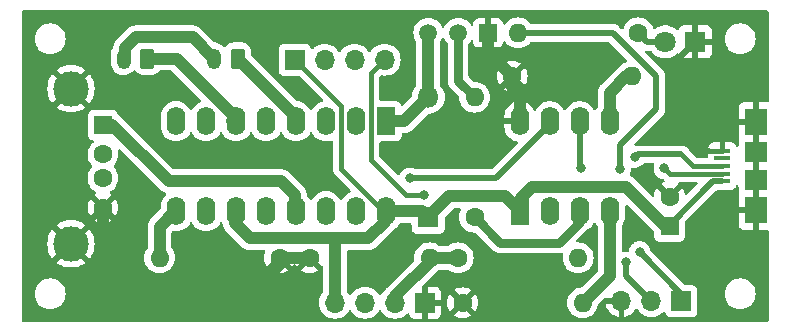
<source format=gtl>
G04 #@! TF.GenerationSoftware,KiCad,Pcbnew,(7.0.0)*
G04 #@! TF.CreationDate,2023-06-02T20:53:42-06:00*
G04 #@! TF.ProjectId,WatchDogV4-CAP,57617463-6844-46f6-9756-342d4341502e,rev?*
G04 #@! TF.SameCoordinates,Original*
G04 #@! TF.FileFunction,Copper,L1,Top*
G04 #@! TF.FilePolarity,Positive*
%FSLAX46Y46*%
G04 Gerber Fmt 4.6, Leading zero omitted, Abs format (unit mm)*
G04 Created by KiCad (PCBNEW (7.0.0)) date 2023-06-02 20:53:42*
%MOMM*%
%LPD*%
G01*
G04 APERTURE LIST*
G04 Aperture macros list*
%AMRoundRect*
0 Rectangle with rounded corners*
0 $1 Rounding radius*
0 $2 $3 $4 $5 $6 $7 $8 $9 X,Y pos of 4 corners*
0 Add a 4 corners polygon primitive as box body*
4,1,4,$2,$3,$4,$5,$6,$7,$8,$9,$2,$3,0*
0 Add four circle primitives for the rounded corners*
1,1,$1+$1,$2,$3*
1,1,$1+$1,$4,$5*
1,1,$1+$1,$6,$7*
1,1,$1+$1,$8,$9*
0 Add four rect primitives between the rounded corners*
20,1,$1+$1,$2,$3,$4,$5,0*
20,1,$1+$1,$4,$5,$6,$7,0*
20,1,$1+$1,$6,$7,$8,$9,0*
20,1,$1+$1,$8,$9,$2,$3,0*%
G04 Aperture macros list end*
G04 #@! TA.AperFunction,ComponentPad*
%ADD10R,1.700000X1.700000*%
G04 #@! TD*
G04 #@! TA.AperFunction,ComponentPad*
%ADD11O,1.700000X1.700000*%
G04 #@! TD*
G04 #@! TA.AperFunction,SMDPad,CuDef*
%ADD12R,1.400000X0.400000*%
G04 #@! TD*
G04 #@! TA.AperFunction,SMDPad,CuDef*
%ADD13R,1.900000X2.300000*%
G04 #@! TD*
G04 #@! TA.AperFunction,SMDPad,CuDef*
%ADD14R,1.900000X1.800000*%
G04 #@! TD*
G04 #@! TA.AperFunction,ComponentPad*
%ADD15R,1.500000X1.500000*%
G04 #@! TD*
G04 #@! TA.AperFunction,ComponentPad*
%ADD16C,1.500000*%
G04 #@! TD*
G04 #@! TA.AperFunction,ComponentPad*
%ADD17C,1.600000*%
G04 #@! TD*
G04 #@! TA.AperFunction,ComponentPad*
%ADD18O,1.600000X1.600000*%
G04 #@! TD*
G04 #@! TA.AperFunction,ComponentPad*
%ADD19R,1.600000X1.600000*%
G04 #@! TD*
G04 #@! TA.AperFunction,ComponentPad*
%ADD20R,1.800000X1.800000*%
G04 #@! TD*
G04 #@! TA.AperFunction,ComponentPad*
%ADD21C,1.800000*%
G04 #@! TD*
G04 #@! TA.AperFunction,ComponentPad*
%ADD22O,1.800000X1.800000*%
G04 #@! TD*
G04 #@! TA.AperFunction,ComponentPad*
%ADD23R,1.500000X1.600000*%
G04 #@! TD*
G04 #@! TA.AperFunction,ComponentPad*
%ADD24C,3.000000*%
G04 #@! TD*
G04 #@! TA.AperFunction,ComponentPad*
%ADD25R,1.600000X2.400000*%
G04 #@! TD*
G04 #@! TA.AperFunction,ComponentPad*
%ADD26O,1.600000X2.400000*%
G04 #@! TD*
G04 #@! TA.AperFunction,ComponentPad*
%ADD27RoundRect,0.250000X0.350000X0.625000X-0.350000X0.625000X-0.350000X-0.625000X0.350000X-0.625000X0*%
G04 #@! TD*
G04 #@! TA.AperFunction,ComponentPad*
%ADD28O,1.200000X1.750000*%
G04 #@! TD*
G04 #@! TA.AperFunction,ViaPad*
%ADD29C,0.800000*%
G04 #@! TD*
G04 #@! TA.AperFunction,Conductor*
%ADD30C,1.000000*%
G04 #@! TD*
G04 #@! TA.AperFunction,Conductor*
%ADD31C,0.200000*%
G04 #@! TD*
G04 #@! TA.AperFunction,Conductor*
%ADD32C,0.750000*%
G04 #@! TD*
G04 #@! TA.AperFunction,Conductor*
%ADD33C,0.500000*%
G04 #@! TD*
G04 #@! TA.AperFunction,Conductor*
%ADD34C,0.250000*%
G04 #@! TD*
G04 #@! TA.AperFunction,Conductor*
%ADD35C,0.400000*%
G04 #@! TD*
G04 #@! TA.AperFunction,Conductor*
%ADD36C,0.000000*%
G04 #@! TD*
G04 APERTURE END LIST*
D10*
X87629999Y-44322999D03*
D11*
X90169999Y-44322999D03*
X92709999Y-44322999D03*
X95249999Y-44322999D03*
D12*
X123824999Y-54624999D03*
X123824999Y-53974999D03*
X123824999Y-53324999D03*
X123824999Y-52674999D03*
X123824999Y-52024999D03*
D13*
X126674999Y-57074999D03*
D14*
X126674999Y-54474999D03*
X126674999Y-52174999D03*
D13*
X126674999Y-49574999D03*
D15*
X104012999Y-42036999D03*
D16*
X101473000Y-42037000D03*
X98933000Y-42037000D03*
D17*
X86360000Y-61087000D03*
D18*
X76199999Y-61086999D03*
D10*
X120380999Y-64769999D03*
D11*
X117840999Y-64769999D03*
X115300999Y-64769999D03*
D19*
X119379999Y-58419999D03*
D17*
X119380000Y-55920000D03*
X116713000Y-42037000D03*
D18*
X106552999Y-42036999D03*
D17*
X101854000Y-64897000D03*
D18*
X112013999Y-64896999D03*
D20*
X121543999Y-42798999D03*
D21*
X119004000Y-42799000D03*
D20*
X98932999Y-57657999D03*
D22*
X98932999Y-47497999D03*
D17*
X101473000Y-61087000D03*
D18*
X111632999Y-61086999D03*
D17*
X88900000Y-61087000D03*
D18*
X99059999Y-61086999D03*
D23*
X71399999Y-49839999D03*
D17*
X71400000Y-52340000D03*
X71400000Y-54340000D03*
X71400000Y-56840000D03*
D24*
X68690000Y-46770000D03*
X68690000Y-59910000D03*
D25*
X95376999Y-49529999D03*
D26*
X92836999Y-49529999D03*
X90296999Y-49529999D03*
X87756999Y-49529999D03*
X85216999Y-49529999D03*
X82676999Y-49529999D03*
X80136999Y-49529999D03*
X77596999Y-49529999D03*
X77596999Y-57149999D03*
X80136999Y-57149999D03*
X82676999Y-57149999D03*
X85216999Y-57149999D03*
X87756999Y-57149999D03*
X90296999Y-57149999D03*
X92836999Y-57149999D03*
X95376999Y-57149999D03*
D17*
X106045000Y-45720000D03*
D18*
X116204999Y-45719999D03*
D17*
X102870000Y-57658000D03*
D18*
X102869999Y-47497999D03*
D27*
X75168000Y-44233000D03*
D28*
X73167999Y-44232999D03*
D10*
X98678999Y-64896999D03*
D11*
X96138999Y-64896999D03*
X93598999Y-64896999D03*
X91058999Y-64896999D03*
D25*
X106689999Y-57164999D03*
D26*
X109229999Y-57164999D03*
X111769999Y-57164999D03*
X114309999Y-57164999D03*
X114309999Y-49544999D03*
X111769999Y-49544999D03*
X109229999Y-49544999D03*
X106689999Y-49544999D03*
D27*
X82804000Y-44233000D03*
D28*
X80803999Y-44232999D03*
D29*
X97409000Y-54356000D03*
X116458999Y-52577999D03*
X118935500Y-53530500D03*
X98552000Y-55753000D03*
X115697000Y-61468000D03*
X111887000Y-53467000D03*
X115189000Y-53594000D03*
X116840000Y-60579000D03*
D30*
X77634000Y-44233000D02*
X75168000Y-44233000D01*
D31*
X108966000Y-49281000D02*
X109230000Y-49545000D01*
D30*
X87645000Y-55768000D02*
X87645000Y-56911000D01*
X86487000Y-54610000D02*
X87645000Y-55768000D01*
D32*
X102870000Y-57658000D02*
X105029000Y-59817000D01*
D30*
X73279000Y-44122000D02*
X73168000Y-44233000D01*
X82565000Y-49545000D02*
X82565000Y-49164000D01*
D33*
X117475000Y-42799000D02*
X116713000Y-42037000D01*
D34*
X80264000Y-44323000D02*
X80280000Y-44307000D01*
D31*
X111770000Y-57394000D02*
X111770000Y-57165000D01*
X87645000Y-56911000D02*
X87645000Y-57165000D01*
X71400000Y-49840000D02*
X71430000Y-49840000D01*
D30*
X76962000Y-54610000D02*
X86487000Y-54610000D01*
D33*
X104648000Y-54356000D02*
X97409000Y-54356000D01*
D30*
X78989000Y-42418000D02*
X74168000Y-42418000D01*
D32*
X105029000Y-59817000D02*
X109982000Y-59817000D01*
D30*
X82565000Y-49545000D02*
X82290000Y-49545000D01*
X71430000Y-49840000D02*
X72192000Y-49840000D01*
D34*
X80280000Y-44307000D02*
X80280000Y-44233000D01*
D30*
X72192000Y-49840000D02*
X76962000Y-54610000D01*
D33*
X109347000Y-49657000D02*
X104648000Y-54356000D01*
D31*
X87645000Y-56657000D02*
X87645000Y-57165000D01*
D30*
X80804000Y-44233000D02*
X78989000Y-42418000D01*
X73279000Y-43307000D02*
X73279000Y-44122000D01*
X109347000Y-49657000D02*
X109347000Y-49428000D01*
D32*
X111770000Y-58029000D02*
X111770000Y-57394000D01*
X109982000Y-59817000D02*
X111770000Y-58029000D01*
D33*
X119004000Y-42799000D02*
X117475000Y-42799000D01*
D30*
X74168000Y-42418000D02*
X73279000Y-43307000D01*
D31*
X109347000Y-49428000D02*
X109230000Y-49545000D01*
D30*
X82565000Y-49164000D02*
X77634000Y-44233000D01*
D33*
X120370000Y-49840000D02*
X120370000Y-43973000D01*
D31*
X106985000Y-49840000D02*
X106690000Y-49545000D01*
D30*
X104013000Y-43687998D02*
X106045002Y-45720000D01*
X71400000Y-61621000D02*
X71400000Y-56840000D01*
D33*
X120370000Y-43973000D02*
X121544000Y-42799000D01*
D30*
X104013000Y-41783000D02*
X104013000Y-43687998D01*
X106690000Y-49545000D02*
X106690000Y-47254000D01*
X83185000Y-64770000D02*
X74549000Y-64770000D01*
X86360000Y-61595000D02*
X83185000Y-64770000D01*
X74549000Y-64770000D02*
X71400000Y-61621000D01*
X86360000Y-61087000D02*
X86360000Y-61595000D01*
D35*
X122555000Y-52025000D02*
X120370000Y-49840000D01*
D30*
X88900000Y-61087000D02*
X86360000Y-61087000D01*
D35*
X123825000Y-52025000D02*
X122555000Y-52025000D01*
D30*
X106690000Y-47254000D02*
X106045000Y-46609000D01*
X105405000Y-55880000D02*
X106690000Y-57165000D01*
X82565000Y-57165000D02*
X82565000Y-58181000D01*
D31*
X88138000Y-44323000D02*
X87757000Y-44704000D01*
D35*
X91567000Y-48260000D02*
X91567000Y-53594000D01*
D30*
X98440000Y-57165000D02*
X98933000Y-57658000D01*
X106792000Y-56022000D02*
X107696000Y-55118000D01*
D33*
X123825000Y-54625000D02*
X123048000Y-54625000D01*
D30*
X91313000Y-59436000D02*
X92075000Y-59436000D01*
D35*
X87630000Y-44323000D02*
X91567000Y-48260000D01*
D30*
X95265000Y-57165000D02*
X98440000Y-57165000D01*
D33*
X119380000Y-58293000D02*
X119380000Y-58420000D01*
D30*
X100711000Y-55880000D02*
X105405000Y-55880000D01*
X118998997Y-58420000D02*
X119380000Y-58420000D01*
X95265000Y-58024000D02*
X95265000Y-57897000D01*
X115696997Y-55118000D02*
X118998997Y-58420000D01*
X82565000Y-58181000D02*
X83820000Y-59436000D01*
X93853000Y-59436000D02*
X95265000Y-58024000D01*
X91059000Y-59436000D02*
X91059000Y-64897000D01*
D31*
X95265000Y-57897000D02*
X95265000Y-57165000D01*
D30*
X92075000Y-59436000D02*
X93853000Y-59436000D01*
X106792000Y-57165000D02*
X106792000Y-56022000D01*
X83820000Y-59436000D02*
X91313000Y-59436000D01*
D33*
X123048000Y-54625000D02*
X119380000Y-58293000D01*
D35*
X91567000Y-53594000D02*
X95138000Y-57165000D01*
D31*
X95265000Y-56530000D02*
X95265000Y-57165000D01*
D30*
X107696000Y-55118000D02*
X115696997Y-55118000D01*
X98933000Y-57658000D02*
X100711000Y-55880000D01*
D31*
X106690000Y-57165000D02*
X106792000Y-57165000D01*
X95138000Y-57165000D02*
X95265000Y-57165000D01*
D33*
X116696998Y-52340000D02*
X116458999Y-52577999D01*
D35*
X123825000Y-53325000D02*
X121355000Y-53325000D01*
X121355000Y-53325000D02*
X120370000Y-52340000D01*
D33*
X120370000Y-52340000D02*
X116696998Y-52340000D01*
D35*
X119380000Y-53975000D02*
X118935500Y-53530500D01*
X123825000Y-53975000D02*
X119380000Y-53975000D01*
D30*
X114310000Y-49545000D02*
X114310000Y-47107000D01*
D36*
X87630000Y-49530000D02*
X87645000Y-49545000D01*
D34*
X115810000Y-46115000D02*
X116205000Y-45720000D01*
D36*
X87645000Y-49545000D02*
X87645000Y-49074000D01*
D30*
X114310000Y-47107000D02*
X115697000Y-45720000D01*
X87645000Y-49074000D02*
X82804000Y-44233000D01*
D36*
X87757000Y-49433000D02*
X87757000Y-49403000D01*
X82804000Y-44233000D02*
X82804000Y-44704000D01*
X87645000Y-49545000D02*
X87757000Y-49433000D01*
X87757000Y-49403000D02*
X87884000Y-49530000D01*
X82804000Y-44704000D02*
X82931000Y-44831000D01*
D30*
X114310000Y-62600998D02*
X112013998Y-64897000D01*
D35*
X94107000Y-45466000D02*
X95250000Y-44323000D01*
X97028000Y-55753000D02*
X94107000Y-52832000D01*
X98552000Y-55753000D02*
X97028000Y-55753000D01*
D30*
X114310000Y-57165000D02*
X114310000Y-62600998D01*
D35*
X94107000Y-52832000D02*
X94107000Y-45466000D01*
D36*
X103124000Y-47244000D02*
X103505000Y-47244000D01*
X101473000Y-42037000D02*
X101472999Y-42036999D01*
D32*
X101472999Y-46100999D02*
X101472999Y-42036999D01*
D36*
X102489000Y-47244000D02*
X102743000Y-47498000D01*
X102870000Y-47498000D02*
X103124000Y-47244000D01*
D32*
X102870000Y-47498000D02*
X101472999Y-46100999D01*
D36*
X102743000Y-47498000D02*
X102870000Y-47498000D01*
D32*
X98932999Y-47244001D02*
X98932999Y-47498001D01*
D30*
X98933000Y-47498000D02*
X98932999Y-47498001D01*
D31*
X98933000Y-47244000D02*
X98933000Y-47498000D01*
D32*
X98933000Y-47244000D02*
X98932999Y-47244001D01*
D30*
X76200000Y-60960000D02*
X76200000Y-58450000D01*
X76200000Y-58450000D02*
X77485000Y-57165000D01*
X95280000Y-49530000D02*
X95265000Y-49545000D01*
X98933000Y-47498000D02*
X96901000Y-49530000D01*
X98933000Y-42037000D02*
X98933000Y-47498000D01*
X96901000Y-49530000D02*
X95280000Y-49530000D01*
X96139000Y-64337000D02*
X99389000Y-61087000D01*
X96139000Y-64897000D02*
X96139000Y-64337000D01*
X99389000Y-61087000D02*
X101473000Y-61087000D01*
D33*
X111770000Y-49545000D02*
X111770000Y-53350000D01*
D36*
X111770000Y-49545000D02*
X111872000Y-49545000D01*
D33*
X115697000Y-62626000D02*
X115697000Y-61468000D01*
D36*
X111770000Y-53350000D02*
X111887000Y-53467000D01*
D33*
X117841000Y-64770000D02*
X115697000Y-62626000D01*
D36*
X111872000Y-49545000D02*
X111887000Y-49530000D01*
D33*
X114554000Y-42037000D02*
X118237000Y-45720000D01*
X106553000Y-42037000D02*
X114554000Y-42037000D01*
X116840000Y-60579000D02*
X120381000Y-64120000D01*
X118237000Y-45720000D02*
X118237000Y-48514000D01*
D31*
X120381000Y-64120000D02*
X120381000Y-64770000D01*
D33*
X115189000Y-51562000D02*
X115189000Y-53594000D01*
X118237000Y-48514000D02*
X115189000Y-51562000D01*
G04 #@! TA.AperFunction,Conductor*
G36*
X118017246Y-53104015D02*
G01*
X118061269Y-53141614D01*
X118083424Y-53195102D01*
X118078882Y-53252818D01*
X118051833Y-53336064D01*
X118051831Y-53336073D01*
X118049826Y-53342244D01*
X118049148Y-53348694D01*
X118049146Y-53348704D01*
X118033928Y-53493503D01*
X118030040Y-53530500D01*
X118030719Y-53536960D01*
X118049146Y-53712295D01*
X118049147Y-53712303D01*
X118049826Y-53718756D01*
X118051831Y-53724928D01*
X118051833Y-53724935D01*
X118091478Y-53846947D01*
X118108321Y-53898784D01*
X118111568Y-53904408D01*
X118111569Y-53904410D01*
X118174204Y-54012898D01*
X118202967Y-54062716D01*
X118207311Y-54067541D01*
X118207313Y-54067543D01*
X118297535Y-54167744D01*
X118329629Y-54203388D01*
X118334887Y-54207208D01*
X118334888Y-54207209D01*
X118340661Y-54211403D01*
X118482770Y-54314651D01*
X118655697Y-54391644D01*
X118809859Y-54424411D01*
X118846509Y-54438564D01*
X118876891Y-54463473D01*
X118912071Y-54503183D01*
X118918244Y-54507443D01*
X118919866Y-54508881D01*
X118954090Y-54559090D01*
X118960350Y-54619530D01*
X118937144Y-54675688D01*
X118890044Y-54714078D01*
X118732425Y-54787577D01*
X118723081Y-54792971D01*
X118665651Y-54833183D01*
X118658217Y-54841296D01*
X118664128Y-54850574D01*
X119368457Y-55554903D01*
X119379999Y-55561567D01*
X119391542Y-55554903D01*
X120095870Y-54850574D01*
X120102256Y-54840550D01*
X120101070Y-54836789D01*
X120096987Y-54779302D01*
X120119331Y-54726178D01*
X120163277Y-54688893D01*
X120219331Y-54675500D01*
X121636770Y-54675500D01*
X121693065Y-54689015D01*
X121737088Y-54726615D01*
X121759243Y-54780102D01*
X121754701Y-54837818D01*
X121724451Y-54887181D01*
X120870494Y-55741135D01*
X120814906Y-55773229D01*
X120750719Y-55773229D01*
X120695132Y-55741135D01*
X120663038Y-55685547D01*
X120607668Y-55478904D01*
X120603979Y-55468768D01*
X120512423Y-55272427D01*
X120507025Y-55263077D01*
X120466814Y-55205650D01*
X120458703Y-55198217D01*
X120449424Y-55204128D01*
X119467680Y-56185872D01*
X119412093Y-56217966D01*
X119347905Y-56217966D01*
X119292318Y-56185872D01*
X118310574Y-55204128D01*
X118301296Y-55198217D01*
X118293183Y-55205651D01*
X118252971Y-55263081D01*
X118247577Y-55272425D01*
X118156020Y-55468768D01*
X118152332Y-55478902D01*
X118096260Y-55688162D01*
X118094386Y-55698793D01*
X118085248Y-55803248D01*
X118060096Y-55867927D01*
X118004130Y-55908962D01*
X117934881Y-55913501D01*
X117874039Y-55880121D01*
X116414564Y-54420647D01*
X116412371Y-54418398D01*
X116356387Y-54359503D01*
X116356386Y-54359502D01*
X116352056Y-54354947D01*
X116346894Y-54351354D01*
X116303639Y-54321247D01*
X116296116Y-54315575D01*
X116255277Y-54282275D01*
X116255274Y-54282273D01*
X116250404Y-54278302D01*
X116223434Y-54264213D01*
X116210021Y-54256087D01*
X116185046Y-54238705D01*
X116130814Y-54215432D01*
X116122348Y-54211411D01*
X116070046Y-54184091D01*
X116063995Y-54182359D01*
X116058163Y-54180030D01*
X116058683Y-54178727D01*
X116017757Y-54156062D01*
X115985740Y-54110360D01*
X115977002Y-54055248D01*
X115993313Y-54001887D01*
X116016179Y-53962284D01*
X116074674Y-53782256D01*
X116094460Y-53594000D01*
X116093716Y-53586924D01*
X116093781Y-53586433D01*
X116093781Y-53581039D01*
X116094491Y-53581039D01*
X116101269Y-53529525D01*
X116134060Y-53481809D01*
X116184940Y-53454182D01*
X116242817Y-53452666D01*
X116253800Y-53455000D01*
X116364353Y-53478499D01*
X116547142Y-53478499D01*
X116553645Y-53478499D01*
X116738802Y-53439143D01*
X116911729Y-53362150D01*
X117064870Y-53250887D01*
X117172340Y-53131528D01*
X117214057Y-53101220D01*
X117264492Y-53090500D01*
X117960951Y-53090500D01*
X118017246Y-53104015D01*
G37*
G04 #@! TD.AperFunction*
G04 #@! TA.AperFunction,Conductor*
G36*
X127689500Y-40159113D02*
G01*
X127734887Y-40204500D01*
X127751500Y-40266500D01*
X127751500Y-47801000D01*
X127734887Y-47863000D01*
X127689500Y-47908387D01*
X127627500Y-47925000D01*
X126941326Y-47925000D01*
X126928450Y-47928450D01*
X126925000Y-47941326D01*
X126925000Y-58708674D01*
X126928450Y-58721549D01*
X126941326Y-58725000D01*
X127627500Y-58725000D01*
X127689500Y-58741613D01*
X127734887Y-58787000D01*
X127751500Y-58849000D01*
X127751500Y-66413500D01*
X127734887Y-66475500D01*
X127689500Y-66520887D01*
X127627500Y-66537500D01*
X64650500Y-66537500D01*
X64588500Y-66520887D01*
X64543113Y-66475500D01*
X64526500Y-66413500D01*
X64526500Y-64135000D01*
X65623532Y-64135000D01*
X65624004Y-64140395D01*
X65633091Y-64244266D01*
X65643365Y-64361692D01*
X65644762Y-64366907D01*
X65644764Y-64366916D01*
X65700858Y-64576263D01*
X65700861Y-64576271D01*
X65702261Y-64581496D01*
X65704549Y-64586403D01*
X65704550Y-64586405D01*
X65741275Y-64665162D01*
X65798432Y-64787734D01*
X65928953Y-64974139D01*
X66089861Y-65135047D01*
X66276266Y-65265568D01*
X66482504Y-65361739D01*
X66702308Y-65420635D01*
X66872216Y-65435500D01*
X66983075Y-65435500D01*
X66985784Y-65435500D01*
X67155692Y-65420635D01*
X67375496Y-65361739D01*
X67581734Y-65265568D01*
X67768139Y-65135047D01*
X67929047Y-64974139D01*
X68059568Y-64787734D01*
X68155739Y-64581496D01*
X68214635Y-64361692D01*
X68234468Y-64135000D01*
X68214635Y-63908308D01*
X68212618Y-63900782D01*
X68157141Y-63693736D01*
X68157140Y-63693734D01*
X68155739Y-63688504D01*
X68059568Y-63482266D01*
X67929047Y-63295861D01*
X67768139Y-63134953D01*
X67581734Y-63004432D01*
X67375496Y-62908261D01*
X67370271Y-62906861D01*
X67370263Y-62906858D01*
X67160916Y-62850764D01*
X67160907Y-62850762D01*
X67155692Y-62849365D01*
X67150304Y-62848893D01*
X67150301Y-62848893D01*
X66988484Y-62834736D01*
X66988479Y-62834735D01*
X66985784Y-62834500D01*
X66872216Y-62834500D01*
X66869521Y-62834735D01*
X66869515Y-62834736D01*
X66707698Y-62848893D01*
X66707693Y-62848893D01*
X66702308Y-62849365D01*
X66697094Y-62850762D01*
X66697083Y-62850764D01*
X66487736Y-62906858D01*
X66487724Y-62906862D01*
X66482504Y-62908261D01*
X66477599Y-62910547D01*
X66477594Y-62910550D01*
X66281176Y-63002142D01*
X66281172Y-63002144D01*
X66276266Y-63004432D01*
X66271833Y-63007535D01*
X66271826Y-63007540D01*
X66094296Y-63131847D01*
X66094291Y-63131850D01*
X66089861Y-63134953D01*
X66086037Y-63138776D01*
X66086031Y-63138782D01*
X65932782Y-63292031D01*
X65932776Y-63292037D01*
X65928953Y-63295861D01*
X65925850Y-63300291D01*
X65925847Y-63300296D01*
X65801540Y-63477826D01*
X65801535Y-63477833D01*
X65798432Y-63482266D01*
X65796144Y-63487172D01*
X65796142Y-63487176D01*
X65704550Y-63683594D01*
X65704547Y-63683599D01*
X65702261Y-63688504D01*
X65700862Y-63693724D01*
X65700858Y-63693736D01*
X65644764Y-63903083D01*
X65644762Y-63903094D01*
X65643365Y-63908308D01*
X65642893Y-63913693D01*
X65642893Y-63913698D01*
X65636769Y-63983695D01*
X65623532Y-64135000D01*
X64526500Y-64135000D01*
X64526500Y-61489689D01*
X67469392Y-61489689D01*
X67477710Y-61500800D01*
X67602406Y-61594147D01*
X67609849Y-61598931D01*
X67853158Y-61731787D01*
X67861196Y-61735458D01*
X68120952Y-61832342D01*
X68129421Y-61834828D01*
X68400309Y-61893757D01*
X68409065Y-61895016D01*
X68685582Y-61914793D01*
X68694418Y-61914793D01*
X68970934Y-61895016D01*
X68979690Y-61893757D01*
X69250578Y-61834828D01*
X69259047Y-61832342D01*
X69518803Y-61735458D01*
X69526841Y-61731787D01*
X69770150Y-61598931D01*
X69777593Y-61594147D01*
X69902288Y-61500800D01*
X69910606Y-61489689D01*
X69903954Y-61477508D01*
X68701542Y-60275095D01*
X68690000Y-60268431D01*
X68678457Y-60275095D01*
X67476044Y-61477508D01*
X67469392Y-61489689D01*
X64526500Y-61489689D01*
X64526500Y-59914418D01*
X66685207Y-59914418D01*
X66704983Y-60190934D01*
X66706242Y-60199690D01*
X66765171Y-60470578D01*
X66767657Y-60479047D01*
X66864541Y-60738803D01*
X66868212Y-60746841D01*
X67001068Y-60990150D01*
X67005852Y-60997593D01*
X67099198Y-61122288D01*
X67110309Y-61130606D01*
X67122490Y-61123954D01*
X68324903Y-59921542D01*
X68331567Y-59910000D01*
X69048431Y-59910000D01*
X69055095Y-59921542D01*
X70257508Y-61123954D01*
X70269689Y-61130606D01*
X70280800Y-61122288D01*
X70374147Y-60997593D01*
X70378931Y-60990150D01*
X70511787Y-60746841D01*
X70515458Y-60738803D01*
X70612342Y-60479047D01*
X70614828Y-60470578D01*
X70673757Y-60199690D01*
X70675016Y-60190934D01*
X70694793Y-59914418D01*
X70694793Y-59905582D01*
X70675016Y-59629065D01*
X70673757Y-59620309D01*
X70614828Y-59349421D01*
X70612342Y-59340952D01*
X70515458Y-59081196D01*
X70511787Y-59073158D01*
X70378931Y-58829849D01*
X70374147Y-58822406D01*
X70280800Y-58697710D01*
X70269689Y-58689392D01*
X70257508Y-58696044D01*
X69055095Y-59898457D01*
X69048431Y-59910000D01*
X68331567Y-59910000D01*
X68324903Y-59898457D01*
X67119308Y-58692862D01*
X67110135Y-58686967D01*
X67101894Y-58694108D01*
X67005855Y-58822402D01*
X67001068Y-58829850D01*
X66868212Y-59073158D01*
X66864541Y-59081196D01*
X66767657Y-59340952D01*
X66765171Y-59349421D01*
X66706242Y-59620309D01*
X66704983Y-59629065D01*
X66685207Y-59905582D01*
X66685207Y-59914418D01*
X64526500Y-59914418D01*
X64526500Y-58330135D01*
X67466967Y-58330135D01*
X67472862Y-58339308D01*
X68678457Y-59544903D01*
X68689999Y-59551567D01*
X68701542Y-59544903D01*
X69903954Y-58342490D01*
X69910606Y-58330309D01*
X69902288Y-58319198D01*
X69777593Y-58225852D01*
X69770150Y-58221068D01*
X69526841Y-58088212D01*
X69518803Y-58084541D01*
X69259047Y-57987657D01*
X69250578Y-57985171D01*
X68979690Y-57926242D01*
X68970934Y-57924983D01*
X68883125Y-57918703D01*
X70678217Y-57918703D01*
X70685650Y-57926814D01*
X70743077Y-57967025D01*
X70752427Y-57972423D01*
X70948768Y-58063979D01*
X70958902Y-58067667D01*
X71168162Y-58123739D01*
X71178793Y-58125613D01*
X71394605Y-58144494D01*
X71405395Y-58144494D01*
X71621206Y-58125613D01*
X71631837Y-58123739D01*
X71841097Y-58067667D01*
X71851231Y-58063979D01*
X72047575Y-57972422D01*
X72056920Y-57967026D01*
X72114348Y-57926814D01*
X72121780Y-57918703D01*
X72115867Y-57909421D01*
X71411542Y-57205095D01*
X71399999Y-57198431D01*
X71388457Y-57205095D01*
X70684128Y-57909424D01*
X70678217Y-57918703D01*
X68883125Y-57918703D01*
X68694418Y-57905207D01*
X68685582Y-57905207D01*
X68409065Y-57924983D01*
X68400309Y-57926242D01*
X68129421Y-57985171D01*
X68120952Y-57987657D01*
X67861196Y-58084541D01*
X67853158Y-58088212D01*
X67609850Y-58221068D01*
X67602402Y-58225855D01*
X67474108Y-58321894D01*
X67466967Y-58330135D01*
X64526500Y-58330135D01*
X64526500Y-56845395D01*
X70095506Y-56845395D01*
X70114386Y-57061206D01*
X70116260Y-57071837D01*
X70172332Y-57281097D01*
X70176020Y-57291231D01*
X70267576Y-57487572D01*
X70272974Y-57496922D01*
X70313184Y-57554348D01*
X70321295Y-57561781D01*
X70330574Y-57555870D01*
X71034903Y-56851542D01*
X71041567Y-56839999D01*
X71758431Y-56839999D01*
X71765095Y-56851542D01*
X72469421Y-57555867D01*
X72478703Y-57561780D01*
X72486814Y-57554348D01*
X72527026Y-57496920D01*
X72532422Y-57487575D01*
X72623979Y-57291231D01*
X72627667Y-57281097D01*
X72683739Y-57071837D01*
X72685613Y-57061206D01*
X72704494Y-56845395D01*
X72704494Y-56834605D01*
X72685613Y-56618793D01*
X72683739Y-56608162D01*
X72627667Y-56398902D01*
X72623979Y-56388768D01*
X72532423Y-56192427D01*
X72527025Y-56183077D01*
X72486814Y-56125650D01*
X72478703Y-56118217D01*
X72469424Y-56124128D01*
X71765095Y-56828457D01*
X71758431Y-56839999D01*
X71041567Y-56839999D01*
X71034903Y-56828457D01*
X70330574Y-56124128D01*
X70321296Y-56118217D01*
X70313183Y-56125651D01*
X70272971Y-56183081D01*
X70267577Y-56192425D01*
X70176020Y-56388768D01*
X70172332Y-56398902D01*
X70116260Y-56608162D01*
X70114386Y-56618793D01*
X70095506Y-56834605D01*
X70095506Y-56845395D01*
X64526500Y-56845395D01*
X64526500Y-54340000D01*
X70094532Y-54340000D01*
X70095004Y-54345395D01*
X70108808Y-54503183D01*
X70114365Y-54566692D01*
X70115762Y-54571907D01*
X70115764Y-54571916D01*
X70171858Y-54781263D01*
X70171861Y-54781271D01*
X70173261Y-54786496D01*
X70175549Y-54791403D01*
X70175550Y-54791405D01*
X70220211Y-54887181D01*
X70269432Y-54992734D01*
X70272539Y-54997171D01*
X70272540Y-54997173D01*
X70335742Y-55087436D01*
X70399953Y-55179139D01*
X70560861Y-55340047D01*
X70747266Y-55470568D01*
X70762973Y-55477892D01*
X70815149Y-55523648D01*
X70834570Y-55590272D01*
X70815153Y-55656896D01*
X70762980Y-55702655D01*
X70752424Y-55707577D01*
X70743081Y-55712971D01*
X70685651Y-55753183D01*
X70678217Y-55761296D01*
X70684128Y-55770574D01*
X71388457Y-56474903D01*
X71400000Y-56481567D01*
X71411542Y-56474903D01*
X72115870Y-55770574D01*
X72121781Y-55761295D01*
X72114348Y-55753184D01*
X72056922Y-55712974D01*
X72047570Y-55707575D01*
X72037022Y-55702656D01*
X71984847Y-55656898D01*
X71965429Y-55590272D01*
X71984851Y-55523647D01*
X72037025Y-55477892D01*
X72052734Y-55470568D01*
X72239139Y-55340047D01*
X72400047Y-55179139D01*
X72530568Y-54992734D01*
X72626739Y-54786496D01*
X72685635Y-54566692D01*
X72705468Y-54340000D01*
X72685635Y-54113308D01*
X72670214Y-54055757D01*
X72628141Y-53898736D01*
X72628140Y-53898734D01*
X72626739Y-53893504D01*
X72530568Y-53687266D01*
X72400047Y-53500861D01*
X72326867Y-53427680D01*
X72294773Y-53372094D01*
X72294773Y-53307906D01*
X72326867Y-53252319D01*
X72359097Y-53220089D01*
X72400047Y-53179139D01*
X72530568Y-52992734D01*
X72626739Y-52786496D01*
X72685635Y-52566692D01*
X72705468Y-52340000D01*
X72685635Y-52113308D01*
X72671901Y-52062052D01*
X72671901Y-51997865D01*
X72703995Y-51942278D01*
X72759582Y-51910184D01*
X72823770Y-51910184D01*
X72879357Y-51942278D01*
X76244450Y-55307371D01*
X76246643Y-55309620D01*
X76302603Y-55368490D01*
X76302605Y-55368492D01*
X76306941Y-55373053D01*
X76312105Y-55376647D01*
X76312107Y-55376649D01*
X76355348Y-55406746D01*
X76362869Y-55412417D01*
X76403715Y-55445722D01*
X76403724Y-55445727D01*
X76408593Y-55449698D01*
X76435556Y-55463782D01*
X76448980Y-55471915D01*
X76473951Y-55489295D01*
X76493148Y-55497533D01*
X76528163Y-55512559D01*
X76536673Y-55516601D01*
X76588951Y-55543909D01*
X76618199Y-55552277D01*
X76632975Y-55557538D01*
X76660942Y-55569540D01*
X76667106Y-55570806D01*
X76673105Y-55572689D01*
X76672652Y-55574132D01*
X76724226Y-55600453D01*
X76759291Y-55656315D01*
X76760753Y-55722254D01*
X76728199Y-55779614D01*
X76596953Y-55910861D01*
X76593850Y-55915291D01*
X76593847Y-55915296D01*
X76469540Y-56092826D01*
X76469535Y-56092833D01*
X76466432Y-56097266D01*
X76464144Y-56102172D01*
X76464142Y-56102176D01*
X76372550Y-56298594D01*
X76372547Y-56298599D01*
X76370261Y-56303504D01*
X76368862Y-56308724D01*
X76368858Y-56308736D01*
X76312764Y-56518083D01*
X76312762Y-56518094D01*
X76311365Y-56523308D01*
X76310893Y-56528693D01*
X76310893Y-56528698D01*
X76296826Y-56689491D01*
X76296500Y-56693216D01*
X76296500Y-56695925D01*
X76296500Y-56887217D01*
X76287061Y-56934670D01*
X76260181Y-56974898D01*
X75502645Y-57732433D01*
X75500397Y-57734625D01*
X75436947Y-57794941D01*
X75433359Y-57800095D01*
X75433352Y-57800104D01*
X75403244Y-57843361D01*
X75397574Y-57850881D01*
X75364274Y-57891721D01*
X75364271Y-57891724D01*
X75360302Y-57896593D01*
X75357396Y-57902155D01*
X75357388Y-57902168D01*
X75346210Y-57923566D01*
X75338082Y-57936982D01*
X75324300Y-57956784D01*
X75324295Y-57956792D01*
X75320705Y-57961951D01*
X75318228Y-57967721D01*
X75318225Y-57967728D01*
X75297439Y-58016165D01*
X75293399Y-58024671D01*
X75269529Y-58070370D01*
X75266091Y-58076951D01*
X75264363Y-58082989D01*
X75264360Y-58082997D01*
X75257720Y-58106201D01*
X75252459Y-58120978D01*
X75242942Y-58143157D01*
X75240460Y-58148942D01*
X75239194Y-58155097D01*
X75239192Y-58155107D01*
X75228587Y-58206712D01*
X75226342Y-58215859D01*
X75211842Y-58266534D01*
X75211839Y-58266547D01*
X75210113Y-58272582D01*
X75209636Y-58278842D01*
X75209635Y-58278849D01*
X75207801Y-58302929D01*
X75205622Y-58318463D01*
X75204331Y-58324748D01*
X75199500Y-58348259D01*
X75199500Y-58354550D01*
X75199500Y-58407241D01*
X75199142Y-58416656D01*
X75195140Y-58469205D01*
X75195140Y-58469210D01*
X75194663Y-58475476D01*
X75195456Y-58481709D01*
X75195457Y-58481715D01*
X75198506Y-58505651D01*
X75199500Y-58521317D01*
X75199500Y-60209412D01*
X75193761Y-60246699D01*
X75177075Y-60280533D01*
X75155250Y-60311704D01*
X75072540Y-60429826D01*
X75072535Y-60429833D01*
X75069432Y-60434266D01*
X75067144Y-60439172D01*
X75067142Y-60439176D01*
X74975550Y-60635594D01*
X74975547Y-60635599D01*
X74973261Y-60640504D01*
X74971862Y-60645724D01*
X74971858Y-60645736D01*
X74915764Y-60855083D01*
X74915762Y-60855094D01*
X74914365Y-60860308D01*
X74894532Y-61087000D01*
X74895004Y-61092395D01*
X74912194Y-61288884D01*
X74914365Y-61313692D01*
X74915762Y-61318907D01*
X74915764Y-61318916D01*
X74971858Y-61528263D01*
X74971861Y-61528271D01*
X74973261Y-61533496D01*
X74975549Y-61538403D01*
X74975550Y-61538405D01*
X75001543Y-61594147D01*
X75069432Y-61739734D01*
X75072539Y-61744171D01*
X75072540Y-61744173D01*
X75132710Y-61830105D01*
X75199953Y-61926139D01*
X75360861Y-62087047D01*
X75547266Y-62217568D01*
X75753504Y-62313739D01*
X75973308Y-62372635D01*
X76200000Y-62392468D01*
X76426692Y-62372635D01*
X76646496Y-62313739D01*
X76852734Y-62217568D01*
X76926806Y-62165703D01*
X85638217Y-62165703D01*
X85645650Y-62173814D01*
X85703077Y-62214025D01*
X85712427Y-62219423D01*
X85908768Y-62310979D01*
X85918902Y-62314667D01*
X86128162Y-62370739D01*
X86138793Y-62372613D01*
X86354605Y-62391494D01*
X86365395Y-62391494D01*
X86581206Y-62372613D01*
X86591837Y-62370739D01*
X86801097Y-62314667D01*
X86811231Y-62310979D01*
X87007575Y-62219422D01*
X87016920Y-62214026D01*
X87074348Y-62173814D01*
X87081780Y-62165703D01*
X88178217Y-62165703D01*
X88185650Y-62173814D01*
X88243077Y-62214025D01*
X88252427Y-62219423D01*
X88448768Y-62310979D01*
X88458902Y-62314667D01*
X88668162Y-62370739D01*
X88678793Y-62372613D01*
X88894605Y-62391494D01*
X88905395Y-62391494D01*
X89121206Y-62372613D01*
X89131837Y-62370739D01*
X89341097Y-62314667D01*
X89351231Y-62310979D01*
X89547575Y-62219422D01*
X89556920Y-62214026D01*
X89614348Y-62173814D01*
X89621780Y-62165703D01*
X89615867Y-62156421D01*
X88911542Y-61452095D01*
X88899999Y-61445431D01*
X88888457Y-61452095D01*
X88184128Y-62156424D01*
X88178217Y-62165703D01*
X87081780Y-62165703D01*
X87075867Y-62156421D01*
X86371542Y-61452095D01*
X86359999Y-61445431D01*
X86348457Y-61452095D01*
X85644128Y-62156424D01*
X85638217Y-62165703D01*
X76926806Y-62165703D01*
X77039139Y-62087047D01*
X77200047Y-61926139D01*
X77330568Y-61739734D01*
X77426739Y-61533496D01*
X77485635Y-61313692D01*
X77505468Y-61087000D01*
X77485635Y-60860308D01*
X77426739Y-60640504D01*
X77330568Y-60434266D01*
X77222924Y-60280533D01*
X77206239Y-60246699D01*
X77200500Y-60209412D01*
X77200500Y-58951735D01*
X77213288Y-58896891D01*
X77249015Y-58853358D01*
X77300311Y-58830117D01*
X77356596Y-58831961D01*
X77365072Y-58834232D01*
X77370308Y-58835635D01*
X77597000Y-58855468D01*
X77823692Y-58835635D01*
X78043496Y-58776739D01*
X78249734Y-58680568D01*
X78436139Y-58550047D01*
X78597047Y-58389139D01*
X78727568Y-58202734D01*
X78754618Y-58144724D01*
X78800375Y-58092549D01*
X78867000Y-58073130D01*
X78933625Y-58092549D01*
X78979381Y-58144724D01*
X79006432Y-58202734D01*
X79136953Y-58389139D01*
X79297861Y-58550047D01*
X79484266Y-58680568D01*
X79690504Y-58776739D01*
X79695734Y-58778140D01*
X79695736Y-58778141D01*
X79860936Y-58822406D01*
X79910308Y-58835635D01*
X80137000Y-58855468D01*
X80363692Y-58835635D01*
X80583496Y-58776739D01*
X80789734Y-58680568D01*
X80976139Y-58550047D01*
X81137047Y-58389139D01*
X81267568Y-58202734D01*
X81294618Y-58144724D01*
X81340375Y-58092549D01*
X81407000Y-58073130D01*
X81473625Y-58092549D01*
X81519381Y-58144724D01*
X81546432Y-58202734D01*
X81546921Y-58203433D01*
X81562345Y-58253323D01*
X81562243Y-58257363D01*
X81563351Y-58263547D01*
X81563352Y-58263556D01*
X81572648Y-58315420D01*
X81573957Y-58324748D01*
X81579289Y-58377180D01*
X81579290Y-58377185D01*
X81579926Y-58383438D01*
X81581807Y-58389435D01*
X81581810Y-58389447D01*
X81589032Y-58412466D01*
X81592772Y-58427702D01*
X81597031Y-58451464D01*
X81597035Y-58451478D01*
X81598142Y-58457653D01*
X81604066Y-58472483D01*
X81620020Y-58512425D01*
X81623179Y-58521298D01*
X81640841Y-58577588D01*
X81643891Y-58583083D01*
X81655603Y-58604184D01*
X81662337Y-58618363D01*
X81671290Y-58640778D01*
X81671292Y-58640783D01*
X81673623Y-58646617D01*
X81677082Y-58651866D01*
X81677085Y-58651871D01*
X81706080Y-58695867D01*
X81710961Y-58703923D01*
X81736536Y-58749999D01*
X81736538Y-58750002D01*
X81739591Y-58755502D01*
X81743689Y-58760275D01*
X81759404Y-58778581D01*
X81768855Y-58791116D01*
X81782133Y-58811263D01*
X81782138Y-58811269D01*
X81785598Y-58816519D01*
X81790044Y-58820965D01*
X81790045Y-58820966D01*
X81827300Y-58858221D01*
X81833705Y-58865131D01*
X81868041Y-58905128D01*
X81868044Y-58905131D01*
X81872134Y-58909895D01*
X81877103Y-58913742D01*
X81877106Y-58913744D01*
X81896192Y-58928518D01*
X81907972Y-58938893D01*
X83102432Y-60133352D01*
X83104625Y-60135601D01*
X83164941Y-60199053D01*
X83170100Y-60202644D01*
X83170104Y-60202647D01*
X83213362Y-60232755D01*
X83220871Y-60238416D01*
X83266593Y-60275698D01*
X83272171Y-60278611D01*
X83272170Y-60278611D01*
X83293556Y-60289782D01*
X83306980Y-60297915D01*
X83331951Y-60315295D01*
X83386163Y-60338559D01*
X83394675Y-60342602D01*
X83431886Y-60362040D01*
X83446951Y-60369909D01*
X83476199Y-60378277D01*
X83490975Y-60383538D01*
X83518942Y-60395540D01*
X83576718Y-60407413D01*
X83585866Y-60409658D01*
X83642582Y-60425887D01*
X83672916Y-60428196D01*
X83688463Y-60430377D01*
X83712095Y-60435234D01*
X83712102Y-60435234D01*
X83718259Y-60436500D01*
X83777241Y-60436500D01*
X83786656Y-60436858D01*
X83845476Y-60441337D01*
X83875651Y-60437493D01*
X83891317Y-60436500D01*
X85034301Y-60436500D01*
X85093944Y-60451786D01*
X85138882Y-60493875D01*
X85158036Y-60552390D01*
X85146683Y-60612905D01*
X85136017Y-60635776D01*
X85132333Y-60645896D01*
X85076260Y-60855162D01*
X85074386Y-60865793D01*
X85055506Y-61081605D01*
X85055506Y-61092395D01*
X85074386Y-61308206D01*
X85076260Y-61318837D01*
X85132332Y-61528097D01*
X85136020Y-61538231D01*
X85227576Y-61734572D01*
X85232974Y-61743922D01*
X85273184Y-61801348D01*
X85281295Y-61808781D01*
X85290574Y-61802870D01*
X86272318Y-60821127D01*
X86327905Y-60789033D01*
X86392093Y-60789033D01*
X86447680Y-60821127D01*
X87429421Y-61802867D01*
X87438703Y-61808780D01*
X87446814Y-61801348D01*
X87487026Y-61743920D01*
X87492424Y-61734571D01*
X87517618Y-61680544D01*
X87563375Y-61628368D01*
X87630000Y-61608948D01*
X87696625Y-61628368D01*
X87742382Y-61680544D01*
X87767573Y-61734568D01*
X87772974Y-61743922D01*
X87813184Y-61801348D01*
X87821295Y-61808781D01*
X87830574Y-61802870D01*
X88812318Y-60821127D01*
X88867905Y-60789033D01*
X88932093Y-60789033D01*
X88987680Y-60821127D01*
X89969424Y-61802870D01*
X90001127Y-61823068D01*
X90043215Y-61868005D01*
X90058500Y-61927647D01*
X90058500Y-63936242D01*
X90049061Y-63983695D01*
X90026901Y-64016858D01*
X90027813Y-64017624D01*
X90024335Y-64021769D01*
X90020505Y-64025599D01*
X90017402Y-64030029D01*
X90017399Y-64030034D01*
X89888073Y-64214731D01*
X89888068Y-64214738D01*
X89884965Y-64219171D01*
X89882677Y-64224077D01*
X89882675Y-64224081D01*
X89787386Y-64428427D01*
X89787383Y-64428432D01*
X89785097Y-64433337D01*
X89783698Y-64438557D01*
X89783694Y-64438569D01*
X89725337Y-64656365D01*
X89725335Y-64656371D01*
X89723937Y-64661592D01*
X89723465Y-64666977D01*
X89723465Y-64666982D01*
X89714452Y-64770000D01*
X89703341Y-64897000D01*
X89703813Y-64902395D01*
X89722702Y-65118301D01*
X89723937Y-65132408D01*
X89725336Y-65137630D01*
X89725337Y-65137634D01*
X89783694Y-65355430D01*
X89783697Y-65355438D01*
X89785097Y-65360663D01*
X89787385Y-65365570D01*
X89787386Y-65365572D01*
X89882678Y-65569927D01*
X89882681Y-65569933D01*
X89884965Y-65574830D01*
X89888064Y-65579257D01*
X89888066Y-65579259D01*
X90017399Y-65763966D01*
X90017402Y-65763970D01*
X90020505Y-65768401D01*
X90187599Y-65935495D01*
X90192031Y-65938598D01*
X90192033Y-65938600D01*
X90321742Y-66029423D01*
X90381170Y-66071035D01*
X90595337Y-66170903D01*
X90823592Y-66232063D01*
X91059000Y-66252659D01*
X91294408Y-66232063D01*
X91522663Y-66170903D01*
X91736830Y-66071035D01*
X91930401Y-65935495D01*
X92097495Y-65768401D01*
X92154795Y-65686569D01*
X92227425Y-65582842D01*
X92271743Y-65543976D01*
X92329000Y-65529965D01*
X92386257Y-65543976D01*
X92430575Y-65582842D01*
X92557395Y-65763961D01*
X92557401Y-65763968D01*
X92560505Y-65768401D01*
X92727599Y-65935495D01*
X92732031Y-65938598D01*
X92732033Y-65938600D01*
X92861742Y-66029423D01*
X92921170Y-66071035D01*
X93135337Y-66170903D01*
X93363592Y-66232063D01*
X93599000Y-66252659D01*
X93834408Y-66232063D01*
X94062663Y-66170903D01*
X94276830Y-66071035D01*
X94470401Y-65935495D01*
X94637495Y-65768401D01*
X94694795Y-65686569D01*
X94767425Y-65582842D01*
X94811743Y-65543976D01*
X94869000Y-65529965D01*
X94926257Y-65543976D01*
X94970575Y-65582842D01*
X95097395Y-65763961D01*
X95097401Y-65763968D01*
X95100505Y-65768401D01*
X95267599Y-65935495D01*
X95272031Y-65938598D01*
X95272033Y-65938600D01*
X95401742Y-66029423D01*
X95461170Y-66071035D01*
X95675337Y-66170903D01*
X95903592Y-66232063D01*
X96139000Y-66252659D01*
X96374408Y-66232063D01*
X96602663Y-66170903D01*
X96816830Y-66071035D01*
X97010401Y-65935495D01*
X97132717Y-65813178D01*
X97185460Y-65781885D01*
X97246753Y-65779696D01*
X97301597Y-65807149D01*
X97336577Y-65857528D01*
X97382548Y-65980779D01*
X97390962Y-65996189D01*
X97466498Y-66097092D01*
X97478907Y-66109501D01*
X97579810Y-66185037D01*
X97595222Y-66193452D01*
X97714358Y-66237888D01*
X97729332Y-66241426D01*
X97777885Y-66246646D01*
X97784482Y-66247000D01*
X98412674Y-66247000D01*
X98425549Y-66243549D01*
X98429000Y-66230674D01*
X98929000Y-66230674D01*
X98932450Y-66243549D01*
X98945326Y-66247000D01*
X99573518Y-66247000D01*
X99580114Y-66246646D01*
X99628667Y-66241426D01*
X99643641Y-66237888D01*
X99762777Y-66193452D01*
X99778189Y-66185037D01*
X99879092Y-66109501D01*
X99891501Y-66097092D01*
X99967037Y-65996189D01*
X99975452Y-65980777D01*
X99977345Y-65975703D01*
X101132217Y-65975703D01*
X101139650Y-65983814D01*
X101197077Y-66024025D01*
X101206427Y-66029423D01*
X101402768Y-66120979D01*
X101412902Y-66124667D01*
X101622162Y-66180739D01*
X101632793Y-66182613D01*
X101848605Y-66201494D01*
X101859395Y-66201494D01*
X102075206Y-66182613D01*
X102085837Y-66180739D01*
X102295097Y-66124667D01*
X102305231Y-66120979D01*
X102501575Y-66029422D01*
X102510920Y-66024026D01*
X102568348Y-65983814D01*
X102575780Y-65975703D01*
X102569867Y-65966421D01*
X101865542Y-65262095D01*
X101854000Y-65255431D01*
X101842457Y-65262095D01*
X101138128Y-65966424D01*
X101132217Y-65975703D01*
X99977345Y-65975703D01*
X100019888Y-65861641D01*
X100023426Y-65846667D01*
X100028646Y-65798114D01*
X100029000Y-65791518D01*
X100029000Y-65163326D01*
X100025549Y-65150450D01*
X100012674Y-65147000D01*
X98945326Y-65147000D01*
X98932450Y-65150450D01*
X98929000Y-65163326D01*
X98929000Y-66230674D01*
X98429000Y-66230674D01*
X98429000Y-64902395D01*
X100549506Y-64902395D01*
X100568386Y-65118206D01*
X100570260Y-65128837D01*
X100626332Y-65338097D01*
X100630020Y-65348231D01*
X100721576Y-65544572D01*
X100726974Y-65553922D01*
X100767184Y-65611348D01*
X100775295Y-65618781D01*
X100784574Y-65612870D01*
X101488903Y-64908541D01*
X101495566Y-64896999D01*
X102212431Y-64896999D01*
X102219095Y-64908542D01*
X102923421Y-65612867D01*
X102932703Y-65618780D01*
X102940814Y-65611348D01*
X102981026Y-65553920D01*
X102986422Y-65544575D01*
X103077979Y-65348231D01*
X103081667Y-65338097D01*
X103137739Y-65128837D01*
X103139613Y-65118206D01*
X103158494Y-64902395D01*
X103158494Y-64891605D01*
X103139613Y-64675793D01*
X103137739Y-64665162D01*
X103081667Y-64455902D01*
X103077979Y-64445768D01*
X102986423Y-64249427D01*
X102981025Y-64240077D01*
X102940814Y-64182650D01*
X102932703Y-64175217D01*
X102923424Y-64181128D01*
X102219095Y-64885457D01*
X102212431Y-64896999D01*
X101495566Y-64896999D01*
X101495567Y-64896998D01*
X101488903Y-64885456D01*
X100784574Y-64181128D01*
X100775296Y-64175217D01*
X100767183Y-64182651D01*
X100726971Y-64240081D01*
X100721577Y-64249425D01*
X100630020Y-64445768D01*
X100626332Y-64455902D01*
X100570260Y-64665162D01*
X100568386Y-64675793D01*
X100549506Y-64891605D01*
X100549506Y-64902395D01*
X98429000Y-64902395D01*
X98429000Y-64630674D01*
X98929000Y-64630674D01*
X98932450Y-64643549D01*
X98945326Y-64647000D01*
X100012674Y-64647000D01*
X100025549Y-64643549D01*
X100029000Y-64630674D01*
X100029000Y-64002482D01*
X100028646Y-63995885D01*
X100023426Y-63947332D01*
X100019888Y-63932358D01*
X99977345Y-63818296D01*
X101132217Y-63818296D01*
X101138128Y-63827574D01*
X101842457Y-64531903D01*
X101854000Y-64538567D01*
X101865542Y-64531903D01*
X102569870Y-63827574D01*
X102575781Y-63818295D01*
X102568348Y-63810184D01*
X102510922Y-63769974D01*
X102501572Y-63764576D01*
X102305231Y-63673020D01*
X102295097Y-63669332D01*
X102085837Y-63613260D01*
X102075206Y-63611386D01*
X101859395Y-63592506D01*
X101848605Y-63592506D01*
X101632793Y-63611386D01*
X101622162Y-63613260D01*
X101412902Y-63669332D01*
X101402768Y-63673020D01*
X101206425Y-63764577D01*
X101197081Y-63769971D01*
X101139651Y-63810183D01*
X101132217Y-63818296D01*
X99977345Y-63818296D01*
X99975452Y-63813222D01*
X99967037Y-63797810D01*
X99891501Y-63696907D01*
X99879092Y-63684498D01*
X99778189Y-63608962D01*
X99762777Y-63600547D01*
X99643641Y-63556111D01*
X99628667Y-63552573D01*
X99580114Y-63547353D01*
X99573518Y-63547000D01*
X98945326Y-63547000D01*
X98932450Y-63550450D01*
X98929000Y-63563326D01*
X98929000Y-64630674D01*
X98429000Y-64630674D01*
X98429000Y-63563324D01*
X98426100Y-63552502D01*
X98426099Y-63488314D01*
X98458192Y-63432727D01*
X99623482Y-62267436D01*
X99658758Y-62242737D01*
X99670651Y-62237190D01*
X99712734Y-62217568D01*
X99866466Y-62109924D01*
X99900301Y-62093239D01*
X99937588Y-62087500D01*
X100595412Y-62087500D01*
X100632699Y-62093239D01*
X100666533Y-62109924D01*
X100820266Y-62217568D01*
X101026504Y-62313739D01*
X101246308Y-62372635D01*
X101473000Y-62392468D01*
X101699692Y-62372635D01*
X101919496Y-62313739D01*
X102125734Y-62217568D01*
X102312139Y-62087047D01*
X102473047Y-61926139D01*
X102603568Y-61739734D01*
X102699739Y-61533496D01*
X102758635Y-61313692D01*
X102778468Y-61087000D01*
X102758635Y-60860308D01*
X102699739Y-60640504D01*
X102603568Y-60434266D01*
X102473047Y-60247861D01*
X102312139Y-60086953D01*
X102125734Y-59956432D01*
X101919496Y-59860261D01*
X101914271Y-59858861D01*
X101914263Y-59858858D01*
X101704916Y-59802764D01*
X101704907Y-59802762D01*
X101699692Y-59801365D01*
X101694304Y-59800893D01*
X101694301Y-59800893D01*
X101478395Y-59782004D01*
X101473000Y-59781532D01*
X101467605Y-59782004D01*
X101251698Y-59800893D01*
X101251693Y-59800893D01*
X101246308Y-59801365D01*
X101241094Y-59802762D01*
X101241083Y-59802764D01*
X101031736Y-59858858D01*
X101031724Y-59858862D01*
X101026504Y-59860261D01*
X101021599Y-59862547D01*
X101021594Y-59862550D01*
X100825176Y-59954142D01*
X100825172Y-59954144D01*
X100820266Y-59956432D01*
X100815833Y-59959535D01*
X100815826Y-59959540D01*
X100666535Y-60064075D01*
X100632699Y-60080761D01*
X100595412Y-60086500D01*
X99937588Y-60086500D01*
X99900301Y-60080761D01*
X99866465Y-60064075D01*
X99717173Y-59959540D01*
X99717171Y-59959539D01*
X99712734Y-59956432D01*
X99506496Y-59860261D01*
X99501271Y-59858861D01*
X99501263Y-59858858D01*
X99291916Y-59802764D01*
X99291907Y-59802762D01*
X99286692Y-59801365D01*
X99281304Y-59800893D01*
X99281301Y-59800893D01*
X99065395Y-59782004D01*
X99060000Y-59781532D01*
X99054605Y-59782004D01*
X98838698Y-59800893D01*
X98838693Y-59800893D01*
X98833308Y-59801365D01*
X98828094Y-59802762D01*
X98828083Y-59802764D01*
X98618736Y-59858858D01*
X98618724Y-59858862D01*
X98613504Y-59860261D01*
X98608599Y-59862547D01*
X98608594Y-59862550D01*
X98412176Y-59954142D01*
X98412172Y-59954144D01*
X98407266Y-59956432D01*
X98402833Y-59959535D01*
X98402826Y-59959540D01*
X98225296Y-60083847D01*
X98225291Y-60083850D01*
X98220861Y-60086953D01*
X98217037Y-60090776D01*
X98217031Y-60090782D01*
X98063782Y-60244031D01*
X98063776Y-60244037D01*
X98059953Y-60247861D01*
X98056850Y-60252291D01*
X98056847Y-60252296D01*
X97932540Y-60429826D01*
X97932535Y-60429833D01*
X97929432Y-60434266D01*
X97927144Y-60439172D01*
X97927142Y-60439176D01*
X97835550Y-60635594D01*
X97835547Y-60635599D01*
X97833261Y-60640504D01*
X97831862Y-60645724D01*
X97831858Y-60645736D01*
X97775764Y-60855083D01*
X97775762Y-60855094D01*
X97774365Y-60860308D01*
X97754532Y-61087000D01*
X97755004Y-61092395D01*
X97755004Y-61092396D01*
X97767154Y-61231283D01*
X97760148Y-61284500D01*
X97731307Y-61329770D01*
X95441646Y-63619432D01*
X95439398Y-63621624D01*
X95375947Y-63681941D01*
X95372359Y-63687095D01*
X95372352Y-63687104D01*
X95342244Y-63730361D01*
X95336574Y-63737881D01*
X95303274Y-63778721D01*
X95303271Y-63778724D01*
X95299302Y-63783593D01*
X95296396Y-63789155D01*
X95296388Y-63789168D01*
X95285210Y-63810566D01*
X95277082Y-63823982D01*
X95263300Y-63843784D01*
X95263295Y-63843792D01*
X95259705Y-63848951D01*
X95257225Y-63854728D01*
X95257223Y-63854733D01*
X95255989Y-63857609D01*
X95229726Y-63896376D01*
X95104332Y-64021771D01*
X95104326Y-64021777D01*
X95100505Y-64025599D01*
X95097403Y-64030028D01*
X95097398Y-64030035D01*
X94970575Y-64211159D01*
X94926257Y-64250025D01*
X94869000Y-64264036D01*
X94811743Y-64250025D01*
X94767425Y-64211159D01*
X94756327Y-64195310D01*
X94637495Y-64025599D01*
X94470401Y-63858505D01*
X94465970Y-63855402D01*
X94465966Y-63855399D01*
X94281259Y-63726066D01*
X94281257Y-63726064D01*
X94276830Y-63722965D01*
X94271933Y-63720681D01*
X94271927Y-63720678D01*
X94067572Y-63625386D01*
X94067570Y-63625385D01*
X94062663Y-63623097D01*
X94057438Y-63621697D01*
X94057430Y-63621694D01*
X93839634Y-63563337D01*
X93839630Y-63563336D01*
X93834408Y-63561937D01*
X93829020Y-63561465D01*
X93829017Y-63561465D01*
X93604395Y-63541813D01*
X93599000Y-63541341D01*
X93593605Y-63541813D01*
X93368982Y-63561465D01*
X93368977Y-63561465D01*
X93363592Y-63561937D01*
X93358371Y-63563335D01*
X93358365Y-63563337D01*
X93140569Y-63621694D01*
X93140557Y-63621698D01*
X93135337Y-63623097D01*
X93130432Y-63625383D01*
X93130427Y-63625386D01*
X92926081Y-63720675D01*
X92926077Y-63720677D01*
X92921171Y-63722965D01*
X92916738Y-63726068D01*
X92916731Y-63726073D01*
X92732034Y-63855399D01*
X92732029Y-63855402D01*
X92727599Y-63858505D01*
X92723775Y-63862328D01*
X92723769Y-63862334D01*
X92564334Y-64021769D01*
X92564328Y-64021775D01*
X92560505Y-64025599D01*
X92557402Y-64030029D01*
X92557399Y-64030034D01*
X92430575Y-64211159D01*
X92386257Y-64250025D01*
X92329000Y-64264036D01*
X92271743Y-64250025D01*
X92227425Y-64211159D01*
X92216327Y-64195310D01*
X92097495Y-64025599D01*
X92093664Y-64021768D01*
X92090187Y-64017624D01*
X92091098Y-64016858D01*
X92068939Y-63983695D01*
X92059500Y-63936242D01*
X92059500Y-60560500D01*
X92076113Y-60498500D01*
X92121500Y-60453113D01*
X92183500Y-60436500D01*
X93838722Y-60436500D01*
X93841862Y-60436539D01*
X93929363Y-60438757D01*
X93987458Y-60428344D01*
X93996739Y-60427042D01*
X94055438Y-60421074D01*
X94084464Y-60411966D01*
X94099713Y-60408224D01*
X94129653Y-60402858D01*
X94184423Y-60380980D01*
X94193303Y-60377818D01*
X94249588Y-60360159D01*
X94276194Y-60345390D01*
X94290362Y-60338662D01*
X94318617Y-60327377D01*
X94367891Y-60294902D01*
X94375910Y-60290043D01*
X94427502Y-60261409D01*
X94447744Y-60244031D01*
X94450583Y-60241594D01*
X94463125Y-60232137D01*
X94488519Y-60215402D01*
X94530238Y-60173681D01*
X94537122Y-60167301D01*
X94581895Y-60128866D01*
X94600520Y-60104802D01*
X94610879Y-60093040D01*
X95962411Y-58741508D01*
X95964579Y-58739394D01*
X96012196Y-58694131D01*
X96029944Y-58680869D01*
X96029734Y-58680568D01*
X96040895Y-58672753D01*
X96216139Y-58550047D01*
X96377047Y-58389139D01*
X96496614Y-58218377D01*
X96540933Y-58179511D01*
X96598190Y-58165500D01*
X97408501Y-58165500D01*
X97470501Y-58182113D01*
X97515888Y-58227500D01*
X97532501Y-58289500D01*
X97532501Y-58605872D01*
X97532853Y-58609150D01*
X97532854Y-58609161D01*
X97538079Y-58657768D01*
X97538080Y-58657773D01*
X97538909Y-58665483D01*
X97541619Y-58672749D01*
X97541620Y-58672753D01*
X97569745Y-58748160D01*
X97589204Y-58800331D01*
X97594518Y-58807430D01*
X97594519Y-58807431D01*
X97650677Y-58882449D01*
X97675454Y-58915546D01*
X97790669Y-59001796D01*
X97925517Y-59052091D01*
X97985127Y-59058500D01*
X99880872Y-59058499D01*
X99940483Y-59052091D01*
X100075331Y-59001796D01*
X100190546Y-58915546D01*
X100276796Y-58800331D01*
X100327091Y-58665483D01*
X100333500Y-58605873D01*
X100333499Y-57723781D01*
X100342938Y-57676329D01*
X100369815Y-57636104D01*
X101089101Y-56916819D01*
X101129330Y-56889939D01*
X101176783Y-56880500D01*
X101602970Y-56880500D01*
X101662613Y-56895786D01*
X101707551Y-56937875D01*
X101726705Y-56996390D01*
X101715352Y-57056905D01*
X101645550Y-57206594D01*
X101645547Y-57206599D01*
X101643261Y-57211504D01*
X101641862Y-57216724D01*
X101641858Y-57216736D01*
X101585764Y-57426083D01*
X101585762Y-57426094D01*
X101584365Y-57431308D01*
X101583893Y-57436693D01*
X101583893Y-57436698D01*
X101573600Y-57554348D01*
X101564532Y-57658000D01*
X101565004Y-57663395D01*
X101581333Y-57850042D01*
X101584365Y-57884692D01*
X101585762Y-57889907D01*
X101585764Y-57889916D01*
X101641858Y-58099263D01*
X101641861Y-58099271D01*
X101643261Y-58104496D01*
X101739432Y-58310734D01*
X101742539Y-58315171D01*
X101742540Y-58315173D01*
X101790339Y-58383438D01*
X101869953Y-58497139D01*
X102030861Y-58658047D01*
X102217266Y-58788568D01*
X102423504Y-58884739D01*
X102428734Y-58886140D01*
X102428736Y-58886141D01*
X102635340Y-58941500D01*
X102643308Y-58943635D01*
X102870000Y-58963468D01*
X102875394Y-58962996D01*
X102880809Y-58962996D01*
X102880809Y-58963949D01*
X102927517Y-58970095D01*
X102972794Y-58998938D01*
X104381200Y-60407344D01*
X104388027Y-60414749D01*
X104423369Y-60456357D01*
X104428718Y-60460423D01*
X104428720Y-60460425D01*
X104488391Y-60505785D01*
X104491038Y-60507854D01*
X104546442Y-60552390D01*
X104554703Y-60559030D01*
X104560724Y-60562016D01*
X104565146Y-60564842D01*
X104569619Y-60567533D01*
X104574971Y-60571602D01*
X104581073Y-60574425D01*
X104649116Y-60605905D01*
X104652144Y-60607356D01*
X104725307Y-60643641D01*
X104731836Y-60645264D01*
X104736789Y-60647084D01*
X104741703Y-60648739D01*
X104747803Y-60651562D01*
X104827578Y-60669121D01*
X104830838Y-60669886D01*
X104903582Y-60687977D01*
X104903588Y-60687977D01*
X104910111Y-60689600D01*
X104916829Y-60689781D01*
X104922042Y-60690492D01*
X104927220Y-60691055D01*
X104933784Y-60692500D01*
X105015463Y-60692500D01*
X105018821Y-60692545D01*
X105100473Y-60694757D01*
X105107082Y-60693488D01*
X105113774Y-60692944D01*
X105113817Y-60693472D01*
X105124023Y-60692500D01*
X109941379Y-60692500D01*
X109951442Y-60692908D01*
X110005848Y-60697339D01*
X110086797Y-60686308D01*
X110090133Y-60685901D01*
X110171316Y-60677073D01*
X110177693Y-60674924D01*
X110182773Y-60673806D01*
X110187864Y-60672539D01*
X110194537Y-60671631D01*
X110200853Y-60669310D01*
X110207374Y-60667689D01*
X110208009Y-60670246D01*
X110262299Y-60665901D01*
X110322063Y-60696000D01*
X110357485Y-60752771D01*
X110358250Y-60819681D01*
X110348764Y-60855083D01*
X110348762Y-60855094D01*
X110347365Y-60860308D01*
X110327532Y-61087000D01*
X110328004Y-61092395D01*
X110345194Y-61288884D01*
X110347365Y-61313692D01*
X110348762Y-61318907D01*
X110348764Y-61318916D01*
X110404858Y-61528263D01*
X110404861Y-61528271D01*
X110406261Y-61533496D01*
X110408549Y-61538403D01*
X110408550Y-61538405D01*
X110434543Y-61594147D01*
X110502432Y-61739734D01*
X110505539Y-61744171D01*
X110505540Y-61744173D01*
X110565710Y-61830105D01*
X110632953Y-61926139D01*
X110793861Y-62087047D01*
X110980266Y-62217568D01*
X111186504Y-62313739D01*
X111406308Y-62372635D01*
X111633000Y-62392468D01*
X111859692Y-62372635D01*
X112079496Y-62313739D01*
X112285734Y-62217568D01*
X112472139Y-62087047D01*
X112633047Y-61926139D01*
X112763568Y-61739734D01*
X112859739Y-61533496D01*
X112918635Y-61313692D01*
X112938468Y-61087000D01*
X112918635Y-60860308D01*
X112859739Y-60640504D01*
X112763568Y-60434266D01*
X112633047Y-60247861D01*
X112472139Y-60086953D01*
X112285734Y-59956432D01*
X112079496Y-59860261D01*
X112074271Y-59858861D01*
X112074263Y-59858858D01*
X111864916Y-59802764D01*
X111864907Y-59802762D01*
X111859692Y-59801365D01*
X111854304Y-59800893D01*
X111854301Y-59800893D01*
X111638395Y-59782004D01*
X111633000Y-59781532D01*
X111627605Y-59782004D01*
X111558817Y-59788022D01*
X111499559Y-59778637D01*
X111451644Y-59742530D01*
X111426288Y-59688154D01*
X111429428Y-59628240D01*
X111460327Y-59576815D01*
X112255206Y-58781936D01*
X112290472Y-58757242D01*
X112422734Y-58695568D01*
X112609139Y-58565047D01*
X112770047Y-58404139D01*
X112900568Y-58217734D01*
X112927618Y-58159724D01*
X112973375Y-58107549D01*
X113040000Y-58088130D01*
X113106625Y-58107549D01*
X113152381Y-58159724D01*
X113179432Y-58217734D01*
X113266786Y-58342490D01*
X113287075Y-58371465D01*
X113303761Y-58405301D01*
X113309500Y-58442588D01*
X113309500Y-62135215D01*
X113300061Y-62182668D01*
X113273181Y-62222896D01*
X111925964Y-63570112D01*
X111890688Y-63594813D01*
X111849092Y-63605959D01*
X111792698Y-63610893D01*
X111792693Y-63610893D01*
X111787308Y-63611365D01*
X111782087Y-63612763D01*
X111782081Y-63612765D01*
X111572736Y-63668858D01*
X111572724Y-63668862D01*
X111567504Y-63670261D01*
X111562599Y-63672547D01*
X111562594Y-63672550D01*
X111366176Y-63764142D01*
X111366172Y-63764144D01*
X111361266Y-63766432D01*
X111356833Y-63769535D01*
X111356826Y-63769540D01*
X111179296Y-63893847D01*
X111179291Y-63893850D01*
X111174861Y-63896953D01*
X111171037Y-63900776D01*
X111171031Y-63900782D01*
X111017782Y-64054031D01*
X111017776Y-64054037D01*
X111013953Y-64057861D01*
X111010850Y-64062291D01*
X111010847Y-64062296D01*
X110886540Y-64239826D01*
X110886535Y-64239833D01*
X110883432Y-64244266D01*
X110881144Y-64249172D01*
X110881142Y-64249176D01*
X110789550Y-64445594D01*
X110789547Y-64445599D01*
X110787261Y-64450504D01*
X110785862Y-64455724D01*
X110785858Y-64455736D01*
X110729764Y-64665083D01*
X110729762Y-64665094D01*
X110728365Y-64670308D01*
X110727893Y-64675693D01*
X110727893Y-64675698D01*
X110717703Y-64792173D01*
X110708532Y-64897000D01*
X110709004Y-64902395D01*
X110720498Y-65033780D01*
X110728365Y-65123692D01*
X110729762Y-65128907D01*
X110729764Y-65128916D01*
X110785858Y-65338263D01*
X110785861Y-65338271D01*
X110787261Y-65343496D01*
X110883432Y-65549734D01*
X111013953Y-65736139D01*
X111174861Y-65897047D01*
X111361266Y-66027568D01*
X111567504Y-66123739D01*
X111572734Y-66125140D01*
X111572736Y-66125141D01*
X111734977Y-66168613D01*
X111787308Y-66182635D01*
X112014000Y-66202468D01*
X112240692Y-66182635D01*
X112460496Y-66123739D01*
X112666734Y-66027568D01*
X112853139Y-65897047D01*
X113014047Y-65736139D01*
X113144568Y-65549734D01*
X113240739Y-65343496D01*
X113299635Y-65123692D01*
X113305040Y-65061902D01*
X113315584Y-65022551D01*
X113973688Y-65022551D01*
X113974056Y-65033780D01*
X114026168Y-65228263D01*
X114029856Y-65238397D01*
X114125113Y-65442676D01*
X114130501Y-65452008D01*
X114259784Y-65636643D01*
X114266721Y-65644909D01*
X114426090Y-65804278D01*
X114434356Y-65811215D01*
X114618991Y-65940498D01*
X114628323Y-65945886D01*
X114832602Y-66041143D01*
X114842736Y-66044831D01*
X115037219Y-66096943D01*
X115048448Y-66097311D01*
X115051000Y-66086369D01*
X115051000Y-65036326D01*
X115047549Y-65023450D01*
X115034674Y-65020000D01*
X113984631Y-65020000D01*
X113973688Y-65022551D01*
X113315584Y-65022551D01*
X113316185Y-65020307D01*
X113340884Y-64985033D01*
X113802878Y-64523039D01*
X113854560Y-64492062D01*
X113914748Y-64489106D01*
X113969221Y-64514871D01*
X113971835Y-64517016D01*
X113984631Y-64520000D01*
X115427000Y-64520000D01*
X115489000Y-64536613D01*
X115534387Y-64582000D01*
X115551000Y-64644000D01*
X115551000Y-66086369D01*
X115553551Y-66097311D01*
X115564780Y-66096943D01*
X115759263Y-66044831D01*
X115769397Y-66041143D01*
X115973676Y-65945886D01*
X115983008Y-65940498D01*
X116167643Y-65811215D01*
X116175909Y-65804278D01*
X116335278Y-65644909D01*
X116342219Y-65636638D01*
X116469119Y-65455406D01*
X116513437Y-65416540D01*
X116570694Y-65402529D01*
X116627951Y-65416540D01*
X116672269Y-65455405D01*
X116799399Y-65636966D01*
X116799402Y-65636970D01*
X116802505Y-65641401D01*
X116969599Y-65808495D01*
X116974031Y-65811598D01*
X116974033Y-65811600D01*
X117090594Y-65893217D01*
X117163170Y-65944035D01*
X117377337Y-66043903D01*
X117605592Y-66105063D01*
X117841000Y-66125659D01*
X118076408Y-66105063D01*
X118304663Y-66043903D01*
X118518830Y-65944035D01*
X118712401Y-65808495D01*
X118834329Y-65686566D01*
X118887072Y-65655273D01*
X118948365Y-65653084D01*
X119003210Y-65680537D01*
X119038189Y-65730916D01*
X119050514Y-65763961D01*
X119087204Y-65862331D01*
X119092518Y-65869430D01*
X119092519Y-65869431D01*
X119148367Y-65944035D01*
X119173454Y-65977546D01*
X119288669Y-66063796D01*
X119423517Y-66114091D01*
X119483127Y-66120500D01*
X121278872Y-66120499D01*
X121338483Y-66114091D01*
X121473331Y-66063796D01*
X121588546Y-65977546D01*
X121674796Y-65862331D01*
X121725091Y-65727483D01*
X121731500Y-65667873D01*
X121731499Y-64135000D01*
X124043532Y-64135000D01*
X124044004Y-64140395D01*
X124053091Y-64244266D01*
X124063365Y-64361692D01*
X124064762Y-64366907D01*
X124064764Y-64366916D01*
X124120858Y-64576263D01*
X124120861Y-64576271D01*
X124122261Y-64581496D01*
X124124549Y-64586403D01*
X124124550Y-64586405D01*
X124161275Y-64665162D01*
X124218432Y-64787734D01*
X124348953Y-64974139D01*
X124509861Y-65135047D01*
X124696266Y-65265568D01*
X124902504Y-65361739D01*
X125122308Y-65420635D01*
X125292216Y-65435500D01*
X125403075Y-65435500D01*
X125405784Y-65435500D01*
X125575692Y-65420635D01*
X125795496Y-65361739D01*
X126001734Y-65265568D01*
X126188139Y-65135047D01*
X126349047Y-64974139D01*
X126479568Y-64787734D01*
X126575739Y-64581496D01*
X126634635Y-64361692D01*
X126654468Y-64135000D01*
X126634635Y-63908308D01*
X126632618Y-63900782D01*
X126577141Y-63693736D01*
X126577140Y-63693734D01*
X126575739Y-63688504D01*
X126479568Y-63482266D01*
X126349047Y-63295861D01*
X126188139Y-63134953D01*
X126001734Y-63004432D01*
X125795496Y-62908261D01*
X125790271Y-62906861D01*
X125790263Y-62906858D01*
X125580916Y-62850764D01*
X125580907Y-62850762D01*
X125575692Y-62849365D01*
X125570304Y-62848893D01*
X125570301Y-62848893D01*
X125408484Y-62834736D01*
X125408479Y-62834735D01*
X125405784Y-62834500D01*
X125292216Y-62834500D01*
X125289521Y-62834735D01*
X125289515Y-62834736D01*
X125127698Y-62848893D01*
X125127693Y-62848893D01*
X125122308Y-62849365D01*
X125117094Y-62850762D01*
X125117083Y-62850764D01*
X124907736Y-62906858D01*
X124907724Y-62906862D01*
X124902504Y-62908261D01*
X124897599Y-62910547D01*
X124897594Y-62910550D01*
X124701176Y-63002142D01*
X124701172Y-63002144D01*
X124696266Y-63004432D01*
X124691833Y-63007535D01*
X124691826Y-63007540D01*
X124514296Y-63131847D01*
X124514291Y-63131850D01*
X124509861Y-63134953D01*
X124506037Y-63138776D01*
X124506031Y-63138782D01*
X124352782Y-63292031D01*
X124352776Y-63292037D01*
X124348953Y-63295861D01*
X124345850Y-63300291D01*
X124345847Y-63300296D01*
X124221540Y-63477826D01*
X124221535Y-63477833D01*
X124218432Y-63482266D01*
X124216144Y-63487172D01*
X124216142Y-63487176D01*
X124124550Y-63683594D01*
X124124547Y-63683599D01*
X124122261Y-63688504D01*
X124120862Y-63693724D01*
X124120858Y-63693736D01*
X124064764Y-63903083D01*
X124064762Y-63903094D01*
X124063365Y-63908308D01*
X124062893Y-63913693D01*
X124062893Y-63913698D01*
X124056769Y-63983695D01*
X124043532Y-64135000D01*
X121731499Y-64135000D01*
X121731499Y-63872128D01*
X121725091Y-63812517D01*
X121674796Y-63677669D01*
X121588546Y-63562454D01*
X121573619Y-63551280D01*
X121480431Y-63481519D01*
X121480430Y-63481518D01*
X121473331Y-63476204D01*
X121402965Y-63449959D01*
X121345752Y-63428620D01*
X121345750Y-63428619D01*
X121338483Y-63425909D01*
X121330770Y-63425079D01*
X121330767Y-63425079D01*
X121282180Y-63419855D01*
X121282169Y-63419854D01*
X121278873Y-63419500D01*
X121275551Y-63419500D01*
X120793230Y-63419500D01*
X120745777Y-63410061D01*
X120705549Y-63383181D01*
X117752770Y-60430402D01*
X117722521Y-60381041D01*
X117667179Y-60210716D01*
X117572533Y-60046784D01*
X117491179Y-59956432D01*
X117450220Y-59910942D01*
X117450219Y-59910941D01*
X117445871Y-59906112D01*
X117440613Y-59902292D01*
X117440611Y-59902290D01*
X117297988Y-59798669D01*
X117297987Y-59798668D01*
X117292730Y-59794849D01*
X117286792Y-59792205D01*
X117125745Y-59720501D01*
X117125740Y-59720499D01*
X117119803Y-59717856D01*
X117113444Y-59716504D01*
X117113440Y-59716503D01*
X116941008Y-59679852D01*
X116941005Y-59679851D01*
X116934646Y-59678500D01*
X116745354Y-59678500D01*
X116738995Y-59679851D01*
X116738991Y-59679852D01*
X116566559Y-59716503D01*
X116566552Y-59716505D01*
X116560197Y-59717856D01*
X116554262Y-59720498D01*
X116554254Y-59720501D01*
X116393207Y-59792205D01*
X116393202Y-59792207D01*
X116387270Y-59794849D01*
X116382016Y-59798665D01*
X116382011Y-59798669D01*
X116239388Y-59902290D01*
X116239381Y-59902295D01*
X116234129Y-59906112D01*
X116229784Y-59910937D01*
X116229779Y-59910942D01*
X116111813Y-60041956D01*
X116111808Y-60041962D01*
X116107467Y-60046784D01*
X116104222Y-60052404D01*
X116104218Y-60052410D01*
X116016069Y-60205089D01*
X116016066Y-60205094D01*
X116012821Y-60210716D01*
X116010815Y-60216888D01*
X116010813Y-60216894D01*
X115956333Y-60384564D01*
X115956331Y-60384573D01*
X115954326Y-60390744D01*
X115953647Y-60397201D01*
X115953647Y-60397203D01*
X115946994Y-60460500D01*
X115921388Y-60523876D01*
X115866091Y-60564056D01*
X115804586Y-60568362D01*
X115804464Y-60569531D01*
X115798008Y-60568852D01*
X115791646Y-60567500D01*
X115602354Y-60567500D01*
X115595996Y-60568851D01*
X115595990Y-60568852D01*
X115460281Y-60597698D01*
X115405552Y-60596982D01*
X115356464Y-60572774D01*
X115322579Y-60529791D01*
X115310500Y-60476408D01*
X115310500Y-58442588D01*
X115316239Y-58405301D01*
X115332925Y-58371465D01*
X115349174Y-58348259D01*
X115440568Y-58217734D01*
X115536739Y-58011496D01*
X115595635Y-57791692D01*
X115610500Y-57621784D01*
X115610500Y-56745786D01*
X115624015Y-56689491D01*
X115661615Y-56645468D01*
X115715102Y-56623313D01*
X115772818Y-56627855D01*
X115822181Y-56658105D01*
X118043181Y-58879104D01*
X118070061Y-58919332D01*
X118079500Y-58966785D01*
X118079500Y-59264560D01*
X118079500Y-59264578D01*
X118079501Y-59267872D01*
X118079853Y-59271150D01*
X118079854Y-59271161D01*
X118085079Y-59319768D01*
X118085080Y-59319773D01*
X118085909Y-59327483D01*
X118088619Y-59334749D01*
X118088620Y-59334753D01*
X118094091Y-59349421D01*
X118136204Y-59462331D01*
X118222454Y-59577546D01*
X118337669Y-59663796D01*
X118472517Y-59714091D01*
X118532127Y-59720500D01*
X120227872Y-59720499D01*
X120287483Y-59714091D01*
X120422331Y-59663796D01*
X120537546Y-59577546D01*
X120623796Y-59462331D01*
X120674091Y-59327483D01*
X120680500Y-59267873D01*
X120680499Y-58269518D01*
X125225000Y-58269518D01*
X125225353Y-58276114D01*
X125230573Y-58324667D01*
X125234111Y-58339641D01*
X125278547Y-58458777D01*
X125286962Y-58474189D01*
X125362498Y-58575092D01*
X125374907Y-58587501D01*
X125475810Y-58663037D01*
X125491222Y-58671452D01*
X125610358Y-58715888D01*
X125625332Y-58719426D01*
X125673885Y-58724646D01*
X125680482Y-58725000D01*
X126408674Y-58725000D01*
X126421549Y-58721549D01*
X126425000Y-58708674D01*
X126425000Y-57341326D01*
X126421549Y-57328450D01*
X126408674Y-57325000D01*
X125241326Y-57325000D01*
X125228450Y-57328450D01*
X125225000Y-57341326D01*
X125225000Y-58269518D01*
X120680499Y-58269518D01*
X120680499Y-58105228D01*
X120689938Y-58057776D01*
X120716815Y-58017551D01*
X123322547Y-55411819D01*
X123362776Y-55384939D01*
X123410229Y-55375500D01*
X123865111Y-55375500D01*
X123868709Y-55375500D01*
X123999255Y-55360241D01*
X124074163Y-55332976D01*
X124116572Y-55325499D01*
X124569561Y-55325499D01*
X124572872Y-55325499D01*
X124632483Y-55319091D01*
X124767331Y-55268796D01*
X124882546Y-55182546D01*
X124968796Y-55067331D01*
X124984817Y-55024374D01*
X125025279Y-54969511D01*
X125088625Y-54944326D01*
X125155711Y-54956430D01*
X125206262Y-55002164D01*
X125225000Y-55067707D01*
X125225000Y-55419518D01*
X125225353Y-55426114D01*
X125230573Y-55474667D01*
X125234112Y-55489641D01*
X125277759Y-55606666D01*
X125285577Y-55649999D01*
X125277759Y-55693331D01*
X125234112Y-55810354D01*
X125230573Y-55825332D01*
X125225353Y-55873885D01*
X125225000Y-55880482D01*
X125225000Y-56808674D01*
X125228450Y-56821549D01*
X125241326Y-56825000D01*
X126408674Y-56825000D01*
X126421549Y-56821549D01*
X126425000Y-56808674D01*
X126425000Y-49841326D01*
X126421549Y-49828450D01*
X126408674Y-49825000D01*
X125241326Y-49825000D01*
X125228450Y-49828450D01*
X125225000Y-49841326D01*
X125225000Y-50769518D01*
X125225353Y-50776114D01*
X125230573Y-50824667D01*
X125234112Y-50839642D01*
X125277759Y-50956667D01*
X125285577Y-51000000D01*
X125277759Y-51043333D01*
X125234112Y-51160357D01*
X125230573Y-51175332D01*
X125225353Y-51223885D01*
X125225000Y-51230482D01*
X125225000Y-51583723D01*
X125206262Y-51649266D01*
X125155711Y-51695001D01*
X125088625Y-51707104D01*
X125025279Y-51681919D01*
X124984818Y-51627056D01*
X124971452Y-51591222D01*
X124963037Y-51575810D01*
X124887501Y-51474907D01*
X124875092Y-51462498D01*
X124774189Y-51386962D01*
X124758777Y-51378547D01*
X124639641Y-51334111D01*
X124624667Y-51330573D01*
X124576114Y-51325353D01*
X124569518Y-51325000D01*
X124041326Y-51325000D01*
X124028450Y-51328450D01*
X124025000Y-51341326D01*
X124025000Y-51850500D01*
X124008387Y-51912500D01*
X123963000Y-51957887D01*
X123901000Y-51974500D01*
X123742167Y-51974500D01*
X123687323Y-51961712D01*
X123643791Y-51925986D01*
X123620549Y-51874690D01*
X123622393Y-51818405D01*
X123625000Y-51808676D01*
X123625000Y-51341326D01*
X123621549Y-51328450D01*
X123608674Y-51325000D01*
X123080482Y-51325000D01*
X123073885Y-51325353D01*
X123025332Y-51330573D01*
X123010358Y-51334111D01*
X122891222Y-51378547D01*
X122875810Y-51386962D01*
X122774907Y-51462498D01*
X122762498Y-51474907D01*
X122686962Y-51575810D01*
X122678547Y-51591222D01*
X122634111Y-51710358D01*
X122630573Y-51725332D01*
X122625353Y-51773885D01*
X122625000Y-51780482D01*
X122625000Y-51808674D01*
X122628450Y-51821549D01*
X122641326Y-51825000D01*
X122785565Y-51825000D01*
X122844992Y-51840168D01*
X122889880Y-51881960D01*
X122909249Y-51940154D01*
X122898360Y-52000511D01*
X122859876Y-52048267D01*
X122774550Y-52112141D01*
X122774546Y-52112144D01*
X122767454Y-52117454D01*
X122762144Y-52124546D01*
X122762138Y-52124553D01*
X122724108Y-52175354D01*
X122694346Y-52203732D01*
X122656939Y-52220815D01*
X122628450Y-52228449D01*
X122625000Y-52241326D01*
X122625000Y-52269518D01*
X122625353Y-52276114D01*
X122631402Y-52332376D01*
X122629565Y-52332573D01*
X122629565Y-52367372D01*
X122630909Y-52367517D01*
X122624855Y-52423819D01*
X122624854Y-52423831D01*
X122624500Y-52427127D01*
X122624500Y-52430449D01*
X122624500Y-52500500D01*
X122607887Y-52562500D01*
X122562500Y-52607887D01*
X122500500Y-52624500D01*
X121696519Y-52624500D01*
X121649066Y-52615061D01*
X121608838Y-52588181D01*
X121072654Y-52051997D01*
X121046476Y-52013428D01*
X121027240Y-51968833D01*
X121027239Y-51968832D01*
X121024377Y-51962196D01*
X120919610Y-51821470D01*
X120785214Y-51708698D01*
X120752316Y-51692176D01*
X120634883Y-51633199D01*
X120634880Y-51633198D01*
X120628433Y-51629960D01*
X120621407Y-51628294D01*
X120621405Y-51628294D01*
X120464749Y-51591165D01*
X120464743Y-51591164D01*
X120457721Y-51589500D01*
X120450500Y-51589500D01*
X116760705Y-51589500D01*
X116742734Y-51588191D01*
X116726124Y-51585758D01*
X116726122Y-51585757D01*
X116718975Y-51584711D01*
X116711783Y-51585340D01*
X116711776Y-51585340D01*
X116669632Y-51589028D01*
X116658825Y-51589500D01*
X116653289Y-51589500D01*
X116649728Y-51589916D01*
X116649713Y-51589917D01*
X116622482Y-51593100D01*
X116618898Y-51593466D01*
X116551393Y-51599372D01*
X116551387Y-51599373D01*
X116544200Y-51600002D01*
X116537349Y-51602271D01*
X116533947Y-51602974D01*
X116533411Y-51603060D01*
X116531834Y-51603410D01*
X116530570Y-51603671D01*
X116529875Y-51603634D01*
X116523500Y-51604669D01*
X116522961Y-51604733D01*
X116522786Y-51603263D01*
X116467864Y-51600385D01*
X116414807Y-51566801D01*
X116385006Y-51511531D01*
X116386102Y-51448748D01*
X116417812Y-51394554D01*
X118503692Y-49308674D01*
X125225000Y-49308674D01*
X125228450Y-49321549D01*
X125241326Y-49325000D01*
X126408674Y-49325000D01*
X126421549Y-49321549D01*
X126425000Y-49308674D01*
X126425000Y-47941326D01*
X126421549Y-47928450D01*
X126408674Y-47925000D01*
X125680482Y-47925000D01*
X125673885Y-47925353D01*
X125625332Y-47930573D01*
X125610358Y-47934111D01*
X125491222Y-47978547D01*
X125475810Y-47986962D01*
X125374907Y-48062498D01*
X125362498Y-48074907D01*
X125286962Y-48175810D01*
X125278547Y-48191222D01*
X125234111Y-48310358D01*
X125230573Y-48325332D01*
X125225353Y-48373885D01*
X125225000Y-48380482D01*
X125225000Y-49308674D01*
X118503692Y-49308674D01*
X118722642Y-49089724D01*
X118736266Y-49077950D01*
X118755530Y-49063610D01*
X118787366Y-49025667D01*
X118794680Y-49017688D01*
X118795264Y-49017103D01*
X118798591Y-49013777D01*
X118817833Y-48989439D01*
X118820090Y-48986670D01*
X118863654Y-48934753D01*
X118863653Y-48934753D01*
X118868302Y-48929214D01*
X118871548Y-48922748D01*
X118873436Y-48919879D01*
X118873645Y-48919589D01*
X118873819Y-48919278D01*
X118875624Y-48916350D01*
X118880111Y-48910677D01*
X118911834Y-48842645D01*
X118913349Y-48839514D01*
X118947040Y-48772433D01*
X118948708Y-48765391D01*
X118949878Y-48762178D01*
X118950022Y-48761830D01*
X118950118Y-48761492D01*
X118951199Y-48758227D01*
X118954257Y-48751673D01*
X118969450Y-48678088D01*
X118970186Y-48674771D01*
X118987500Y-48601721D01*
X118987500Y-48594489D01*
X118987900Y-48591067D01*
X118987957Y-48590714D01*
X118987972Y-48590374D01*
X118988273Y-48586931D01*
X118989734Y-48579856D01*
X118987552Y-48504870D01*
X118987500Y-48501263D01*
X118987500Y-45783707D01*
X118988809Y-45765736D01*
X118989639Y-45760068D01*
X118992289Y-45741977D01*
X118987972Y-45692631D01*
X118987500Y-45681824D01*
X118987500Y-45679901D01*
X118987500Y-45676291D01*
X118983903Y-45645520D01*
X118983536Y-45641929D01*
X118981437Y-45617938D01*
X118976999Y-45567203D01*
X118974726Y-45560345D01*
X118974027Y-45556957D01*
X118973972Y-45556619D01*
X118973878Y-45556286D01*
X118973079Y-45552915D01*
X118972241Y-45545745D01*
X118968642Y-45535858D01*
X118946592Y-45475274D01*
X118945408Y-45471868D01*
X118939653Y-45454502D01*
X118921814Y-45400666D01*
X118918019Y-45394513D01*
X118916564Y-45391393D01*
X118916430Y-45391069D01*
X118916259Y-45390763D01*
X118914710Y-45387680D01*
X118912237Y-45380883D01*
X118871001Y-45318188D01*
X118869086Y-45315181D01*
X118833504Y-45257492D01*
X118833501Y-45257489D01*
X118829712Y-45251345D01*
X118824605Y-45246238D01*
X118822463Y-45243529D01*
X118822257Y-45243244D01*
X118822027Y-45242993D01*
X118819796Y-45240334D01*
X118815830Y-45234304D01*
X118810581Y-45229352D01*
X118810578Y-45229348D01*
X118761272Y-45182831D01*
X118758685Y-45180318D01*
X117341259Y-43762891D01*
X117311234Y-43714213D01*
X117306249Y-43657238D01*
X117327366Y-43604086D01*
X117370091Y-43566064D01*
X117425331Y-43551262D01*
X117480498Y-43549657D01*
X117484133Y-43549552D01*
X117487738Y-43549500D01*
X117754315Y-43549500D01*
X117813332Y-43564445D01*
X117858124Y-43605678D01*
X117892219Y-43657865D01*
X117892222Y-43657869D01*
X117895021Y-43662153D01*
X118052216Y-43832913D01*
X118056262Y-43836062D01*
X118056263Y-43836063D01*
X118092888Y-43864569D01*
X118235374Y-43975470D01*
X118439497Y-44085936D01*
X118659019Y-44161298D01*
X118887951Y-44199500D01*
X119114916Y-44199500D01*
X119120049Y-44199500D01*
X119348981Y-44161298D01*
X119568503Y-44085936D01*
X119772626Y-43975470D01*
X119955784Y-43832913D01*
X119964510Y-43823433D01*
X120017132Y-43789578D01*
X120079587Y-43785728D01*
X120135970Y-43812866D01*
X120171924Y-43864080D01*
X120197548Y-43932779D01*
X120205962Y-43948189D01*
X120281498Y-44049092D01*
X120293907Y-44061501D01*
X120394810Y-44137037D01*
X120410222Y-44145452D01*
X120529358Y-44189888D01*
X120544332Y-44193426D01*
X120592885Y-44198646D01*
X120599482Y-44199000D01*
X121277674Y-44199000D01*
X121290549Y-44195549D01*
X121294000Y-44182674D01*
X121794000Y-44182674D01*
X121797450Y-44195549D01*
X121810326Y-44199000D01*
X122488518Y-44199000D01*
X122495114Y-44198646D01*
X122543667Y-44193426D01*
X122558641Y-44189888D01*
X122677777Y-44145452D01*
X122693189Y-44137037D01*
X122794092Y-44061501D01*
X122806501Y-44049092D01*
X122882037Y-43948189D01*
X122890452Y-43932777D01*
X122934888Y-43813641D01*
X122938426Y-43798667D01*
X122943646Y-43750114D01*
X122944000Y-43743518D01*
X122944000Y-43065326D01*
X122940549Y-43052450D01*
X122927674Y-43049000D01*
X121810326Y-43049000D01*
X121797450Y-43052450D01*
X121794000Y-43065326D01*
X121794000Y-44182674D01*
X121294000Y-44182674D01*
X121294000Y-42532674D01*
X121794000Y-42532674D01*
X121797450Y-42545549D01*
X121810326Y-42549000D01*
X122927674Y-42549000D01*
X122940549Y-42545549D01*
X122940696Y-42545000D01*
X124043532Y-42545000D01*
X124044004Y-42550395D01*
X124062017Y-42756293D01*
X124063365Y-42771692D01*
X124064762Y-42776907D01*
X124064764Y-42776916D01*
X124120858Y-42986263D01*
X124120861Y-42986271D01*
X124122261Y-42991496D01*
X124124549Y-42996403D01*
X124124550Y-42996405D01*
X124154833Y-43061347D01*
X124218432Y-43197734D01*
X124221539Y-43202171D01*
X124221540Y-43202173D01*
X124278520Y-43283549D01*
X124348953Y-43384139D01*
X124509861Y-43545047D01*
X124696266Y-43675568D01*
X124902504Y-43771739D01*
X125122308Y-43830635D01*
X125292216Y-43845500D01*
X125403075Y-43845500D01*
X125405784Y-43845500D01*
X125575692Y-43830635D01*
X125795496Y-43771739D01*
X126001734Y-43675568D01*
X126188139Y-43545047D01*
X126349047Y-43384139D01*
X126479568Y-43197734D01*
X126575739Y-42991496D01*
X126634635Y-42771692D01*
X126654468Y-42545000D01*
X126634635Y-42318308D01*
X126575739Y-42098504D01*
X126479568Y-41892266D01*
X126349047Y-41705861D01*
X126188139Y-41544953D01*
X126086177Y-41473559D01*
X126006173Y-41417540D01*
X126006171Y-41417539D01*
X126001734Y-41414432D01*
X125921410Y-41376976D01*
X125800405Y-41320550D01*
X125800403Y-41320549D01*
X125795496Y-41318261D01*
X125790271Y-41316861D01*
X125790263Y-41316858D01*
X125580916Y-41260764D01*
X125580907Y-41260762D01*
X125575692Y-41259365D01*
X125570304Y-41258893D01*
X125570301Y-41258893D01*
X125408484Y-41244736D01*
X125408479Y-41244735D01*
X125405784Y-41244500D01*
X125292216Y-41244500D01*
X125289521Y-41244735D01*
X125289515Y-41244736D01*
X125127698Y-41258893D01*
X125127693Y-41258893D01*
X125122308Y-41259365D01*
X125117094Y-41260762D01*
X125117083Y-41260764D01*
X124907736Y-41316858D01*
X124907724Y-41316862D01*
X124902504Y-41318261D01*
X124897599Y-41320547D01*
X124897594Y-41320550D01*
X124701176Y-41412142D01*
X124701172Y-41412144D01*
X124696266Y-41414432D01*
X124691833Y-41417535D01*
X124691826Y-41417540D01*
X124514296Y-41541847D01*
X124514291Y-41541850D01*
X124509861Y-41544953D01*
X124506037Y-41548776D01*
X124506031Y-41548782D01*
X124352782Y-41702031D01*
X124352776Y-41702037D01*
X124348953Y-41705861D01*
X124345850Y-41710291D01*
X124345847Y-41710296D01*
X124221540Y-41887826D01*
X124221535Y-41887833D01*
X124218432Y-41892266D01*
X124216144Y-41897172D01*
X124216142Y-41897176D01*
X124124550Y-42093594D01*
X124124547Y-42093599D01*
X124122261Y-42098504D01*
X124120862Y-42103724D01*
X124120858Y-42103736D01*
X124064764Y-42313083D01*
X124064762Y-42313094D01*
X124063365Y-42318308D01*
X124062893Y-42323693D01*
X124062893Y-42323698D01*
X124048913Y-42483496D01*
X124043532Y-42545000D01*
X122940696Y-42545000D01*
X122944000Y-42532674D01*
X122944000Y-41854482D01*
X122943646Y-41847885D01*
X122938426Y-41799332D01*
X122934888Y-41784358D01*
X122890452Y-41665222D01*
X122882037Y-41649810D01*
X122806501Y-41548907D01*
X122794092Y-41536498D01*
X122693189Y-41460962D01*
X122677777Y-41452547D01*
X122558641Y-41408111D01*
X122543667Y-41404573D01*
X122495114Y-41399353D01*
X122488518Y-41399000D01*
X121810326Y-41399000D01*
X121797450Y-41402450D01*
X121794000Y-41415326D01*
X121794000Y-42532674D01*
X121294000Y-42532674D01*
X121294000Y-41415326D01*
X121290549Y-41402450D01*
X121277674Y-41399000D01*
X120599482Y-41399000D01*
X120592885Y-41399353D01*
X120544332Y-41404573D01*
X120529358Y-41408111D01*
X120410222Y-41452547D01*
X120394810Y-41460962D01*
X120293907Y-41536498D01*
X120281498Y-41548907D01*
X120205962Y-41649810D01*
X120197545Y-41665224D01*
X120171923Y-41733920D01*
X120135971Y-41785133D01*
X120079590Y-41812270D01*
X120017136Y-41808422D01*
X119964513Y-41774569D01*
X119959258Y-41768861D01*
X119955784Y-41765087D01*
X119950494Y-41760970D01*
X119776672Y-41625679D01*
X119776671Y-41625678D01*
X119772626Y-41622530D01*
X119685521Y-41575391D01*
X119573007Y-41514501D01*
X119573002Y-41514499D01*
X119568503Y-41512064D01*
X119563657Y-41510400D01*
X119563654Y-41510399D01*
X119353834Y-41438368D01*
X119353833Y-41438367D01*
X119348981Y-41436702D01*
X119343931Y-41435859D01*
X119343922Y-41435857D01*
X119125111Y-41399344D01*
X119125102Y-41399343D01*
X119120049Y-41398500D01*
X118887951Y-41398500D01*
X118882898Y-41399343D01*
X118882888Y-41399344D01*
X118664077Y-41435857D01*
X118664065Y-41435859D01*
X118659019Y-41436702D01*
X118654169Y-41438366D01*
X118654165Y-41438368D01*
X118444345Y-41510399D01*
X118444337Y-41510402D01*
X118439497Y-41512064D01*
X118435001Y-41514496D01*
X118434992Y-41514501D01*
X118239882Y-41620090D01*
X118239878Y-41620092D01*
X118235374Y-41622530D01*
X118231338Y-41625670D01*
X118231320Y-41625683D01*
X118145399Y-41692558D01*
X118090067Y-41716942D01*
X118029783Y-41712259D01*
X117978880Y-41679624D01*
X117949463Y-41626795D01*
X117948139Y-41621854D01*
X117939739Y-41590504D01*
X117843568Y-41384266D01*
X117713047Y-41197861D01*
X117552139Y-41036953D01*
X117432239Y-40952999D01*
X117370173Y-40909540D01*
X117370171Y-40909539D01*
X117365734Y-40906432D01*
X117159496Y-40810261D01*
X117154271Y-40808861D01*
X117154263Y-40808858D01*
X116944916Y-40752764D01*
X116944907Y-40752762D01*
X116939692Y-40751365D01*
X116934304Y-40750893D01*
X116934301Y-40750893D01*
X116718395Y-40732004D01*
X116713000Y-40731532D01*
X116707605Y-40732004D01*
X116491698Y-40750893D01*
X116491693Y-40750893D01*
X116486308Y-40751365D01*
X116481094Y-40752762D01*
X116481083Y-40752764D01*
X116271736Y-40808858D01*
X116271724Y-40808862D01*
X116266504Y-40810261D01*
X116261599Y-40812547D01*
X116261594Y-40812550D01*
X116065176Y-40904142D01*
X116065172Y-40904144D01*
X116060266Y-40906432D01*
X116055833Y-40909535D01*
X116055826Y-40909540D01*
X115878296Y-41033847D01*
X115878291Y-41033850D01*
X115873861Y-41036953D01*
X115870037Y-41040776D01*
X115870031Y-41040782D01*
X115716782Y-41194031D01*
X115716776Y-41194037D01*
X115712953Y-41197861D01*
X115709850Y-41202291D01*
X115709847Y-41202296D01*
X115585540Y-41379826D01*
X115585535Y-41379833D01*
X115582432Y-41384266D01*
X115580144Y-41389172D01*
X115580142Y-41389176D01*
X115488550Y-41585594D01*
X115488547Y-41585599D01*
X115486261Y-41590504D01*
X115484861Y-41595726D01*
X115484856Y-41595742D01*
X115474775Y-41633366D01*
X115442681Y-41688953D01*
X115387094Y-41721046D01*
X115322907Y-41721046D01*
X115267320Y-41688952D01*
X115129729Y-41551361D01*
X115117947Y-41537727D01*
X115107925Y-41524265D01*
X115107921Y-41524261D01*
X115103610Y-41518470D01*
X115074258Y-41493841D01*
X115065666Y-41486631D01*
X115057691Y-41479323D01*
X115056329Y-41477961D01*
X115056328Y-41477960D01*
X115053777Y-41475409D01*
X115050953Y-41473176D01*
X115050944Y-41473168D01*
X115029445Y-41456170D01*
X115026674Y-41453913D01*
X114969214Y-41405698D01*
X114962760Y-41402456D01*
X114959859Y-41400548D01*
X114959588Y-41400352D01*
X114959292Y-41400187D01*
X114956339Y-41398366D01*
X114950677Y-41393889D01*
X114944134Y-41390838D01*
X114944131Y-41390836D01*
X114882692Y-41362186D01*
X114879446Y-41360615D01*
X114818884Y-41330200D01*
X114818885Y-41330200D01*
X114812433Y-41326960D01*
X114805409Y-41325295D01*
X114802151Y-41324109D01*
X114801832Y-41323977D01*
X114801504Y-41323884D01*
X114798218Y-41322795D01*
X114791673Y-41319743D01*
X114784604Y-41318283D01*
X114784600Y-41318282D01*
X114718212Y-41304574D01*
X114714691Y-41303794D01*
X114648741Y-41288163D01*
X114648734Y-41288162D01*
X114641721Y-41286500D01*
X114634510Y-41286500D01*
X114631061Y-41286097D01*
X114630727Y-41286043D01*
X114630374Y-41286028D01*
X114626929Y-41285726D01*
X114619856Y-41284266D01*
X114612638Y-41284476D01*
X114544870Y-41286448D01*
X114541263Y-41286500D01*
X107679663Y-41286500D01*
X107622406Y-41272489D01*
X107578088Y-41233624D01*
X107556152Y-41202296D01*
X107553047Y-41197861D01*
X107392139Y-41036953D01*
X107272239Y-40952999D01*
X107210173Y-40909540D01*
X107210171Y-40909539D01*
X107205734Y-40906432D01*
X106999496Y-40810261D01*
X106994271Y-40808861D01*
X106994263Y-40808858D01*
X106784916Y-40752764D01*
X106784907Y-40752762D01*
X106779692Y-40751365D01*
X106774304Y-40750893D01*
X106774301Y-40750893D01*
X106558395Y-40732004D01*
X106553000Y-40731532D01*
X106547605Y-40732004D01*
X106331698Y-40750893D01*
X106331693Y-40750893D01*
X106326308Y-40751365D01*
X106321094Y-40752762D01*
X106321083Y-40752764D01*
X106111736Y-40808858D01*
X106111724Y-40808862D01*
X106106504Y-40810261D01*
X106101599Y-40812547D01*
X106101594Y-40812550D01*
X105905176Y-40904142D01*
X105905172Y-40904144D01*
X105900266Y-40906432D01*
X105895833Y-40909535D01*
X105895826Y-40909540D01*
X105718296Y-41033847D01*
X105718291Y-41033850D01*
X105713861Y-41036953D01*
X105710037Y-41040776D01*
X105710031Y-41040782D01*
X105556782Y-41194031D01*
X105556776Y-41194037D01*
X105552953Y-41197861D01*
X105549850Y-41202291D01*
X105549847Y-41202296D01*
X105487285Y-41291645D01*
X105442443Y-41330783D01*
X105384530Y-41344516D01*
X105326888Y-41329683D01*
X105282799Y-41289699D01*
X105262420Y-41233777D01*
X105257426Y-41187332D01*
X105253888Y-41172358D01*
X105209452Y-41053222D01*
X105201037Y-41037810D01*
X105125501Y-40936907D01*
X105113092Y-40924498D01*
X105012189Y-40848962D01*
X104996777Y-40840547D01*
X104877641Y-40796111D01*
X104862667Y-40792573D01*
X104814114Y-40787353D01*
X104807518Y-40787000D01*
X104279326Y-40787000D01*
X104266450Y-40790450D01*
X104263000Y-40803326D01*
X104263000Y-43270674D01*
X104266450Y-43283549D01*
X104279326Y-43287000D01*
X104807518Y-43287000D01*
X104814114Y-43286646D01*
X104862667Y-43281426D01*
X104877641Y-43277888D01*
X104996777Y-43233452D01*
X105012189Y-43225037D01*
X105113092Y-43149501D01*
X105125501Y-43137092D01*
X105201037Y-43036189D01*
X105209452Y-43020777D01*
X105253888Y-42901641D01*
X105257426Y-42886667D01*
X105262420Y-42840222D01*
X105282799Y-42784300D01*
X105326889Y-42744316D01*
X105384530Y-42729483D01*
X105442443Y-42743217D01*
X105487284Y-42782353D01*
X105552953Y-42876139D01*
X105713861Y-43037047D01*
X105900266Y-43167568D01*
X106106504Y-43263739D01*
X106111734Y-43265140D01*
X106111736Y-43265141D01*
X106285102Y-43311594D01*
X106326308Y-43322635D01*
X106553000Y-43342468D01*
X106779692Y-43322635D01*
X106999496Y-43263739D01*
X107205734Y-43167568D01*
X107392139Y-43037047D01*
X107553047Y-42876139D01*
X107578088Y-42840375D01*
X107622406Y-42801511D01*
X107679663Y-42787500D01*
X114191770Y-42787500D01*
X114239223Y-42796939D01*
X114279451Y-42823819D01*
X115763124Y-44307492D01*
X115793704Y-44357885D01*
X115797559Y-44416705D01*
X115773819Y-44470659D01*
X115727849Y-44507555D01*
X115557172Y-44587144D01*
X115557169Y-44587145D01*
X115552266Y-44589432D01*
X115547833Y-44592535D01*
X115547826Y-44592540D01*
X115370297Y-44716846D01*
X115370290Y-44716851D01*
X115365861Y-44719953D01*
X115362038Y-44723775D01*
X115362026Y-44723786D01*
X115292373Y-44793438D01*
X115250696Y-44820907D01*
X115237227Y-44826287D01*
X115237214Y-44826293D01*
X115231383Y-44828623D01*
X115226137Y-44832079D01*
X115226128Y-44832085D01*
X115066738Y-44937132D01*
X115066729Y-44937138D01*
X115061481Y-44940598D01*
X115057034Y-44945044D01*
X115057029Y-44945049D01*
X113612645Y-46389433D01*
X113610397Y-46391625D01*
X113546947Y-46451941D01*
X113543359Y-46457095D01*
X113543352Y-46457104D01*
X113513244Y-46500361D01*
X113507574Y-46507881D01*
X113474274Y-46548721D01*
X113474271Y-46548724D01*
X113470302Y-46553593D01*
X113467396Y-46559155D01*
X113467388Y-46559168D01*
X113456210Y-46580566D01*
X113448082Y-46593982D01*
X113434300Y-46613784D01*
X113434295Y-46613792D01*
X113430705Y-46618951D01*
X113428228Y-46624721D01*
X113428225Y-46624728D01*
X113407439Y-46673165D01*
X113403399Y-46681671D01*
X113381732Y-46723152D01*
X113376091Y-46733951D01*
X113374363Y-46739989D01*
X113374360Y-46739997D01*
X113367720Y-46763201D01*
X113362459Y-46777978D01*
X113357549Y-46789421D01*
X113350460Y-46805942D01*
X113349194Y-46812097D01*
X113349192Y-46812107D01*
X113338587Y-46863712D01*
X113336342Y-46872859D01*
X113321842Y-46923534D01*
X113321839Y-46923547D01*
X113320113Y-46929582D01*
X113319636Y-46935842D01*
X113319635Y-46935849D01*
X113317801Y-46959929D01*
X113315622Y-46975463D01*
X113310766Y-46999097D01*
X113309500Y-47005259D01*
X113309500Y-47011550D01*
X113309500Y-47064241D01*
X113309142Y-47073656D01*
X113305140Y-47126205D01*
X113305140Y-47126210D01*
X113304663Y-47132476D01*
X113305456Y-47138709D01*
X113305457Y-47138715D01*
X113308506Y-47162651D01*
X113309500Y-47178317D01*
X113309500Y-48267412D01*
X113303761Y-48304699D01*
X113287075Y-48338533D01*
X113262323Y-48373885D01*
X113182540Y-48487826D01*
X113182535Y-48487833D01*
X113179432Y-48492266D01*
X113177148Y-48497163D01*
X113177141Y-48497176D01*
X113152382Y-48550274D01*
X113106625Y-48602450D01*
X113040000Y-48621869D01*
X112973375Y-48602450D01*
X112927618Y-48550274D01*
X112902858Y-48497176D01*
X112902855Y-48497172D01*
X112900568Y-48492266D01*
X112770047Y-48305861D01*
X112609139Y-48144953D01*
X112422734Y-48014432D01*
X112345779Y-47978547D01*
X112221405Y-47920550D01*
X112221403Y-47920549D01*
X112216496Y-47918261D01*
X112211271Y-47916861D01*
X112211263Y-47916858D01*
X112001916Y-47860764D01*
X112001907Y-47860762D01*
X111996692Y-47859365D01*
X111991304Y-47858893D01*
X111991301Y-47858893D01*
X111775395Y-47840004D01*
X111770000Y-47839532D01*
X111764605Y-47840004D01*
X111548698Y-47858893D01*
X111548693Y-47858893D01*
X111543308Y-47859365D01*
X111538094Y-47860762D01*
X111538083Y-47860764D01*
X111328736Y-47916858D01*
X111328724Y-47916862D01*
X111323504Y-47918261D01*
X111318599Y-47920547D01*
X111318594Y-47920550D01*
X111122176Y-48012142D01*
X111122172Y-48012144D01*
X111117266Y-48014432D01*
X111112833Y-48017535D01*
X111112826Y-48017540D01*
X110935296Y-48141847D01*
X110935291Y-48141850D01*
X110930861Y-48144953D01*
X110927037Y-48148776D01*
X110927031Y-48148782D01*
X110773782Y-48302031D01*
X110773776Y-48302037D01*
X110769953Y-48305861D01*
X110766850Y-48310291D01*
X110766847Y-48310296D01*
X110642540Y-48487826D01*
X110642535Y-48487833D01*
X110639432Y-48492266D01*
X110637148Y-48497163D01*
X110637141Y-48497176D01*
X110612382Y-48550274D01*
X110566625Y-48602450D01*
X110500000Y-48621869D01*
X110433375Y-48602450D01*
X110387618Y-48550274D01*
X110362858Y-48497176D01*
X110362855Y-48497172D01*
X110360568Y-48492266D01*
X110230047Y-48305861D01*
X110069139Y-48144953D01*
X109882734Y-48014432D01*
X109805779Y-47978547D01*
X109681405Y-47920550D01*
X109681403Y-47920549D01*
X109676496Y-47918261D01*
X109671271Y-47916861D01*
X109671263Y-47916858D01*
X109461916Y-47860764D01*
X109461907Y-47860762D01*
X109456692Y-47859365D01*
X109451304Y-47858893D01*
X109451301Y-47858893D01*
X109235395Y-47840004D01*
X109230000Y-47839532D01*
X109224605Y-47840004D01*
X109008698Y-47858893D01*
X109008693Y-47858893D01*
X109003308Y-47859365D01*
X108998094Y-47860762D01*
X108998083Y-47860764D01*
X108788736Y-47916858D01*
X108788724Y-47916862D01*
X108783504Y-47918261D01*
X108778599Y-47920547D01*
X108778594Y-47920550D01*
X108582176Y-48012142D01*
X108582172Y-48012144D01*
X108577266Y-48014432D01*
X108572833Y-48017535D01*
X108572826Y-48017540D01*
X108395296Y-48141847D01*
X108395291Y-48141850D01*
X108390861Y-48144953D01*
X108387037Y-48148776D01*
X108387031Y-48148782D01*
X108233782Y-48302031D01*
X108233776Y-48302037D01*
X108229953Y-48305861D01*
X108226850Y-48310291D01*
X108226847Y-48310296D01*
X108102540Y-48487826D01*
X108102535Y-48487833D01*
X108099432Y-48492266D01*
X108095237Y-48501263D01*
X108072106Y-48550866D01*
X108026348Y-48603041D01*
X107959723Y-48622460D01*
X107893098Y-48603040D01*
X107847342Y-48550864D01*
X107822422Y-48497423D01*
X107817032Y-48488087D01*
X107692767Y-48310618D01*
X107685830Y-48302352D01*
X107532647Y-48149169D01*
X107524381Y-48142232D01*
X107346912Y-48017967D01*
X107337580Y-48012579D01*
X107141234Y-47921022D01*
X107131092Y-47917330D01*
X106953780Y-47869820D01*
X106942551Y-47869452D01*
X106940000Y-47880395D01*
X106940000Y-49671000D01*
X106923387Y-49733000D01*
X106878000Y-49778387D01*
X106816000Y-49795000D01*
X105406326Y-49795000D01*
X105393450Y-49798450D01*
X105390000Y-49811326D01*
X105390000Y-49999054D01*
X105390236Y-50004463D01*
X105404386Y-50166206D01*
X105406260Y-50176837D01*
X105462332Y-50386097D01*
X105466020Y-50396231D01*
X105557579Y-50592580D01*
X105562967Y-50601912D01*
X105687232Y-50779381D01*
X105694169Y-50787647D01*
X105847352Y-50940830D01*
X105855618Y-50947767D01*
X106033087Y-51072032D01*
X106042419Y-51077420D01*
X106238768Y-51168979D01*
X106248902Y-51172667D01*
X106452394Y-51227193D01*
X106507981Y-51259287D01*
X106540075Y-51314874D01*
X106540075Y-51379062D01*
X106507981Y-51434649D01*
X104373451Y-53569181D01*
X104333223Y-53596061D01*
X104285770Y-53605500D01*
X97948336Y-53605500D01*
X97910018Y-53599431D01*
X97875454Y-53581820D01*
X97861730Y-53571849D01*
X97855509Y-53569079D01*
X97694745Y-53497501D01*
X97694740Y-53497499D01*
X97688803Y-53494856D01*
X97682444Y-53493504D01*
X97682440Y-53493503D01*
X97510008Y-53456852D01*
X97510005Y-53456851D01*
X97503646Y-53455500D01*
X97314354Y-53455500D01*
X97307995Y-53456851D01*
X97307991Y-53456852D01*
X97135559Y-53493503D01*
X97135552Y-53493505D01*
X97129197Y-53494856D01*
X97123262Y-53497498D01*
X97123254Y-53497501D01*
X96962207Y-53569205D01*
X96962202Y-53569207D01*
X96956270Y-53571849D01*
X96951016Y-53575665D01*
X96951011Y-53575669D01*
X96808388Y-53679290D01*
X96808381Y-53679295D01*
X96803129Y-53683112D01*
X96798784Y-53687937D01*
X96798779Y-53687942D01*
X96680813Y-53818956D01*
X96680808Y-53818962D01*
X96676467Y-53823784D01*
X96673222Y-53829404D01*
X96673218Y-53829410D01*
X96585069Y-53982089D01*
X96585066Y-53982094D01*
X96581821Y-53987716D01*
X96579815Y-53993886D01*
X96579811Y-53993898D01*
X96563801Y-54043172D01*
X96530041Y-54095909D01*
X96474817Y-54125426D01*
X96412212Y-54124196D01*
X96358190Y-54092533D01*
X94843819Y-52578162D01*
X94816939Y-52537934D01*
X94807500Y-52490481D01*
X94807500Y-51354500D01*
X94824113Y-51292500D01*
X94869500Y-51247113D01*
X94931500Y-51230500D01*
X96187999Y-51230499D01*
X96224872Y-51230499D01*
X96284483Y-51224091D01*
X96419331Y-51173796D01*
X96534546Y-51087546D01*
X96620796Y-50972331D01*
X96671091Y-50837483D01*
X96677500Y-50777873D01*
X96677500Y-50654500D01*
X96694113Y-50592500D01*
X96739500Y-50547113D01*
X96801500Y-50530500D01*
X96886722Y-50530500D01*
X96889862Y-50530539D01*
X96977363Y-50532757D01*
X97035458Y-50522344D01*
X97044739Y-50521042D01*
X97103438Y-50515074D01*
X97132464Y-50505966D01*
X97147713Y-50502224D01*
X97177653Y-50496858D01*
X97232423Y-50474980D01*
X97241303Y-50471818D01*
X97297588Y-50454159D01*
X97324194Y-50439390D01*
X97338362Y-50432662D01*
X97366617Y-50421377D01*
X97415891Y-50388902D01*
X97423910Y-50384043D01*
X97475502Y-50355409D01*
X97486961Y-50345570D01*
X97498583Y-50335594D01*
X97511125Y-50326137D01*
X97536519Y-50309402D01*
X97578238Y-50267681D01*
X97585122Y-50261301D01*
X97629895Y-50222866D01*
X97648524Y-50198798D01*
X97658884Y-50187035D01*
X98567245Y-49278674D01*
X105390000Y-49278674D01*
X105393450Y-49291549D01*
X105406326Y-49295000D01*
X106423674Y-49295000D01*
X106436549Y-49291549D01*
X106440000Y-49278674D01*
X106440000Y-47880395D01*
X106437448Y-47869452D01*
X106426219Y-47869820D01*
X106248907Y-47917330D01*
X106238765Y-47921022D01*
X106042419Y-48012579D01*
X106033087Y-48017967D01*
X105855618Y-48142232D01*
X105847352Y-48149169D01*
X105694169Y-48302352D01*
X105687232Y-48310618D01*
X105562967Y-48488087D01*
X105557579Y-48497419D01*
X105466020Y-48693768D01*
X105462332Y-48703902D01*
X105406260Y-48913162D01*
X105404386Y-48923793D01*
X105390236Y-49085536D01*
X105390000Y-49090946D01*
X105390000Y-49278674D01*
X98567245Y-49278674D01*
X98911101Y-48934818D01*
X98951329Y-48907939D01*
X98998782Y-48898500D01*
X99043916Y-48898500D01*
X99049049Y-48898500D01*
X99277981Y-48860298D01*
X99497503Y-48784936D01*
X99701626Y-48674470D01*
X99884784Y-48531913D01*
X100041979Y-48361153D01*
X100168924Y-48166849D01*
X100262157Y-47954300D01*
X100319134Y-47729305D01*
X100338300Y-47498000D01*
X100319134Y-47266695D01*
X100262157Y-47041700D01*
X100168924Y-46829151D01*
X100041979Y-46634847D01*
X100038511Y-46631080D01*
X100038509Y-46631077D01*
X99966270Y-46552605D01*
X99941983Y-46513697D01*
X99933500Y-46468622D01*
X99933500Y-42827417D01*
X99939239Y-42790129D01*
X99955925Y-42756293D01*
X99965081Y-42743217D01*
X100020102Y-42664639D01*
X100090617Y-42513417D01*
X100136375Y-42461241D01*
X100203000Y-42441821D01*
X100269625Y-42461241D01*
X100315382Y-42513417D01*
X100383609Y-42659732D01*
X100383613Y-42659739D01*
X100385898Y-42664639D01*
X100388997Y-42669066D01*
X100388999Y-42669068D01*
X100508296Y-42839442D01*
X100508299Y-42839446D01*
X100511402Y-42843877D01*
X100515233Y-42847708D01*
X100561180Y-42893655D01*
X100588060Y-42933883D01*
X100597499Y-42981336D01*
X100597499Y-46060378D01*
X100597090Y-46070442D01*
X100593205Y-46118142D01*
X100593205Y-46118150D01*
X100592660Y-46124847D01*
X100593567Y-46131510D01*
X100593568Y-46131513D01*
X100603687Y-46205789D01*
X100604095Y-46209120D01*
X100610701Y-46269858D01*
X100612926Y-46290315D01*
X100615070Y-46296680D01*
X100616197Y-46301800D01*
X100617460Y-46306881D01*
X100618368Y-46313536D01*
X100620684Y-46319840D01*
X100620686Y-46319848D01*
X100646539Y-46390219D01*
X100647654Y-46393384D01*
X100669124Y-46457104D01*
X100673732Y-46470779D01*
X100677196Y-46476537D01*
X100679405Y-46481311D01*
X100681720Y-46485979D01*
X100684038Y-46492287D01*
X100687656Y-46497948D01*
X100687659Y-46497953D01*
X100728045Y-46561138D01*
X100729814Y-46563990D01*
X100768443Y-46628192D01*
X100768446Y-46628196D01*
X100771910Y-46633953D01*
X100776530Y-46638830D01*
X100779695Y-46642994D01*
X100782976Y-46647076D01*
X100786599Y-46652743D01*
X100791356Y-46657500D01*
X100844358Y-46710502D01*
X100846700Y-46712908D01*
X100898244Y-46767323D01*
X100898246Y-46767325D01*
X100902870Y-46772206D01*
X100908436Y-46775979D01*
X100913559Y-46780331D01*
X100913215Y-46780734D01*
X100921120Y-46787264D01*
X101529061Y-47395205D01*
X101557898Y-47440465D01*
X101564056Y-47487193D01*
X101565004Y-47487193D01*
X101565004Y-47492605D01*
X101564532Y-47498000D01*
X101584365Y-47724692D01*
X101585762Y-47729907D01*
X101585764Y-47729916D01*
X101641858Y-47939263D01*
X101641861Y-47939271D01*
X101643261Y-47944496D01*
X101645549Y-47949403D01*
X101645550Y-47949405D01*
X101674805Y-48012142D01*
X101739432Y-48150734D01*
X101742539Y-48155171D01*
X101742540Y-48155173D01*
X101801552Y-48239452D01*
X101869953Y-48337139D01*
X102030861Y-48498047D01*
X102217266Y-48628568D01*
X102423504Y-48724739D01*
X102428734Y-48726140D01*
X102428736Y-48726141D01*
X102638083Y-48782235D01*
X102643308Y-48783635D01*
X102870000Y-48803468D01*
X103096692Y-48783635D01*
X103316496Y-48724739D01*
X103522734Y-48628568D01*
X103709139Y-48498047D01*
X103870047Y-48337139D01*
X104000568Y-48150734D01*
X104096739Y-47944496D01*
X104155635Y-47724692D01*
X104175468Y-47498000D01*
X104155635Y-47271308D01*
X104100152Y-47064241D01*
X104098141Y-47056736D01*
X104098140Y-47056734D01*
X104096739Y-47051504D01*
X104000568Y-46845266D01*
X103967965Y-46798703D01*
X105323217Y-46798703D01*
X105330650Y-46806814D01*
X105388077Y-46847025D01*
X105397427Y-46852423D01*
X105593768Y-46943979D01*
X105603902Y-46947667D01*
X105813162Y-47003739D01*
X105823793Y-47005613D01*
X106039605Y-47024494D01*
X106050395Y-47024494D01*
X106266206Y-47005613D01*
X106276837Y-47003739D01*
X106486097Y-46947667D01*
X106496231Y-46943979D01*
X106692575Y-46852422D01*
X106701920Y-46847026D01*
X106759348Y-46806814D01*
X106766780Y-46798703D01*
X106760867Y-46789421D01*
X106056542Y-46085095D01*
X106045000Y-46078431D01*
X106033457Y-46085095D01*
X105329128Y-46789424D01*
X105323217Y-46798703D01*
X103967965Y-46798703D01*
X103870047Y-46658861D01*
X103709139Y-46497953D01*
X103628915Y-46441780D01*
X103527173Y-46370540D01*
X103527171Y-46370539D01*
X103522734Y-46367432D01*
X103458145Y-46337313D01*
X103321405Y-46273550D01*
X103321403Y-46273549D01*
X103316496Y-46271261D01*
X103311271Y-46269861D01*
X103311263Y-46269858D01*
X103101916Y-46213764D01*
X103101907Y-46213762D01*
X103096692Y-46212365D01*
X103091304Y-46211893D01*
X103091301Y-46211893D01*
X102875395Y-46193004D01*
X102870000Y-46192532D01*
X102864605Y-46193004D01*
X102859193Y-46193004D01*
X102859193Y-46192056D01*
X102812465Y-46185898D01*
X102767205Y-46157061D01*
X102384818Y-45774674D01*
X102357938Y-45734446D01*
X102356138Y-45725395D01*
X104740506Y-45725395D01*
X104759386Y-45941206D01*
X104761260Y-45951837D01*
X104817332Y-46161097D01*
X104821020Y-46171231D01*
X104912576Y-46367572D01*
X104917974Y-46376922D01*
X104958184Y-46434348D01*
X104966295Y-46441781D01*
X104975574Y-46435870D01*
X105679903Y-45731542D01*
X105686567Y-45720000D01*
X106403431Y-45720000D01*
X106410095Y-45731542D01*
X107114421Y-46435867D01*
X107123703Y-46441780D01*
X107131814Y-46434348D01*
X107172026Y-46376920D01*
X107177422Y-46367575D01*
X107268979Y-46171231D01*
X107272667Y-46161097D01*
X107328739Y-45951837D01*
X107330613Y-45941206D01*
X107349494Y-45725395D01*
X107349494Y-45714605D01*
X107330613Y-45498793D01*
X107328739Y-45488162D01*
X107272667Y-45278902D01*
X107268979Y-45268768D01*
X107177423Y-45072427D01*
X107172025Y-45063077D01*
X107131814Y-45005650D01*
X107123703Y-44998217D01*
X107114424Y-45004128D01*
X106410095Y-45708457D01*
X106403431Y-45720000D01*
X105686567Y-45720000D01*
X105679903Y-45708457D01*
X104975574Y-45004128D01*
X104966296Y-44998217D01*
X104958183Y-45005651D01*
X104917971Y-45063081D01*
X104912577Y-45072425D01*
X104821020Y-45268768D01*
X104817332Y-45278902D01*
X104761260Y-45488162D01*
X104759386Y-45498793D01*
X104740506Y-45714605D01*
X104740506Y-45725395D01*
X102356138Y-45725395D01*
X102348499Y-45686993D01*
X102348499Y-44641296D01*
X105323217Y-44641296D01*
X105329128Y-44650574D01*
X106033457Y-45354903D01*
X106044999Y-45361567D01*
X106056542Y-45354903D01*
X106760870Y-44650574D01*
X106766781Y-44641295D01*
X106759348Y-44633184D01*
X106701922Y-44592974D01*
X106692572Y-44587576D01*
X106496231Y-44496020D01*
X106486097Y-44492332D01*
X106276837Y-44436260D01*
X106266206Y-44434386D01*
X106050395Y-44415506D01*
X106039605Y-44415506D01*
X105823793Y-44434386D01*
X105813162Y-44436260D01*
X105603902Y-44492332D01*
X105593768Y-44496020D01*
X105397425Y-44587577D01*
X105388081Y-44592971D01*
X105330651Y-44633183D01*
X105323217Y-44641296D01*
X102348499Y-44641296D01*
X102348499Y-42981338D01*
X102357938Y-42933885D01*
X102384818Y-42893657D01*
X102406772Y-42871703D01*
X102434598Y-42843877D01*
X102537425Y-42697024D01*
X102584642Y-42656699D01*
X102645490Y-42644319D01*
X102704710Y-42662991D01*
X102747453Y-42708033D01*
X102763000Y-42768149D01*
X102763000Y-42831518D01*
X102763353Y-42838114D01*
X102768573Y-42886667D01*
X102772111Y-42901641D01*
X102816547Y-43020777D01*
X102824962Y-43036189D01*
X102900498Y-43137092D01*
X102912907Y-43149501D01*
X103013810Y-43225037D01*
X103029222Y-43233452D01*
X103148358Y-43277888D01*
X103163332Y-43281426D01*
X103211885Y-43286646D01*
X103218482Y-43287000D01*
X103746674Y-43287000D01*
X103759549Y-43283549D01*
X103763000Y-43270674D01*
X103763000Y-40803326D01*
X103759549Y-40790450D01*
X103746674Y-40787000D01*
X103218482Y-40787000D01*
X103211885Y-40787353D01*
X103163332Y-40792573D01*
X103148358Y-40796111D01*
X103029222Y-40840547D01*
X103013810Y-40848962D01*
X102912907Y-40924498D01*
X102900498Y-40936907D01*
X102824962Y-41037810D01*
X102816547Y-41053222D01*
X102772111Y-41172358D01*
X102768573Y-41187332D01*
X102763353Y-41235885D01*
X102763000Y-41242482D01*
X102763000Y-41305853D01*
X102747453Y-41365969D01*
X102704710Y-41411011D01*
X102645489Y-41429683D01*
X102584642Y-41417303D01*
X102537425Y-41376976D01*
X102527069Y-41362186D01*
X102434598Y-41230123D01*
X102279877Y-41075402D01*
X102275446Y-41072299D01*
X102275442Y-41072296D01*
X102105068Y-40952999D01*
X102105066Y-40952997D01*
X102100639Y-40949898D01*
X102095742Y-40947614D01*
X102095736Y-40947611D01*
X101907236Y-40859712D01*
X101907229Y-40859709D01*
X101902330Y-40857425D01*
X101897103Y-40856024D01*
X101897102Y-40856024D01*
X101696209Y-40802194D01*
X101696199Y-40802192D01*
X101690977Y-40800793D01*
X101685585Y-40800321D01*
X101685578Y-40800320D01*
X101478395Y-40782195D01*
X101473000Y-40781723D01*
X101467605Y-40782195D01*
X101260421Y-40800320D01*
X101260412Y-40800321D01*
X101255023Y-40800793D01*
X101249802Y-40802191D01*
X101249790Y-40802194D01*
X101048897Y-40856024D01*
X101048892Y-40856025D01*
X101043670Y-40857425D01*
X101038774Y-40859707D01*
X101038763Y-40859712D01*
X100850272Y-40947608D01*
X100850268Y-40947610D01*
X100845362Y-40949898D01*
X100840929Y-40953001D01*
X100840922Y-40953006D01*
X100670558Y-41072296D01*
X100670553Y-41072299D01*
X100666123Y-41075402D01*
X100662299Y-41079225D01*
X100662293Y-41079231D01*
X100515231Y-41226293D01*
X100515225Y-41226299D01*
X100511402Y-41230123D01*
X100508299Y-41234553D01*
X100508296Y-41234558D01*
X100389006Y-41404922D01*
X100389001Y-41404929D01*
X100385898Y-41409362D01*
X100383610Y-41414268D01*
X100383608Y-41414272D01*
X100315382Y-41560583D01*
X100269625Y-41612759D01*
X100203000Y-41632178D01*
X100136375Y-41612759D01*
X100090618Y-41560583D01*
X100070980Y-41518470D01*
X100020102Y-41409362D01*
X99894598Y-41230123D01*
X99739877Y-41075402D01*
X99735446Y-41072299D01*
X99735442Y-41072296D01*
X99565068Y-40952999D01*
X99565066Y-40952997D01*
X99560639Y-40949898D01*
X99555742Y-40947614D01*
X99555736Y-40947611D01*
X99367236Y-40859712D01*
X99367229Y-40859709D01*
X99362330Y-40857425D01*
X99357103Y-40856024D01*
X99357102Y-40856024D01*
X99156209Y-40802194D01*
X99156199Y-40802192D01*
X99150977Y-40800793D01*
X99145585Y-40800321D01*
X99145578Y-40800320D01*
X98938395Y-40782195D01*
X98933000Y-40781723D01*
X98927605Y-40782195D01*
X98720421Y-40800320D01*
X98720412Y-40800321D01*
X98715023Y-40800793D01*
X98709802Y-40802191D01*
X98709790Y-40802194D01*
X98508897Y-40856024D01*
X98508892Y-40856025D01*
X98503670Y-40857425D01*
X98498774Y-40859707D01*
X98498763Y-40859712D01*
X98310272Y-40947608D01*
X98310268Y-40947610D01*
X98305362Y-40949898D01*
X98300929Y-40953001D01*
X98300922Y-40953006D01*
X98130558Y-41072296D01*
X98130553Y-41072299D01*
X98126123Y-41075402D01*
X98122299Y-41079225D01*
X98122293Y-41079231D01*
X97975231Y-41226293D01*
X97975225Y-41226299D01*
X97971402Y-41230123D01*
X97968299Y-41234553D01*
X97968296Y-41234558D01*
X97849006Y-41404922D01*
X97849001Y-41404929D01*
X97845898Y-41409362D01*
X97843610Y-41414268D01*
X97843608Y-41414272D01*
X97755712Y-41602763D01*
X97755707Y-41602774D01*
X97753425Y-41607670D01*
X97752025Y-41612892D01*
X97752024Y-41612897D01*
X97698194Y-41813790D01*
X97698191Y-41813802D01*
X97696793Y-41819023D01*
X97696321Y-41824412D01*
X97696320Y-41824421D01*
X97678467Y-42028487D01*
X97677723Y-42037000D01*
X97678195Y-42042395D01*
X97696320Y-42249578D01*
X97696321Y-42249585D01*
X97696793Y-42254977D01*
X97698192Y-42260199D01*
X97698194Y-42260209D01*
X97720298Y-42342700D01*
X97753425Y-42466330D01*
X97755709Y-42471229D01*
X97755712Y-42471236D01*
X97843611Y-42659736D01*
X97843614Y-42659742D01*
X97845898Y-42664639D01*
X97848997Y-42669066D01*
X97848999Y-42669068D01*
X97910075Y-42756293D01*
X97926761Y-42790129D01*
X97932500Y-42827417D01*
X97932500Y-46468622D01*
X97924017Y-46513697D01*
X97899730Y-46552605D01*
X97827490Y-46631077D01*
X97827481Y-46631087D01*
X97824021Y-46634847D01*
X97821226Y-46639124D01*
X97821219Y-46639134D01*
X97712239Y-46805942D01*
X97697076Y-46829151D01*
X97695021Y-46833835D01*
X97695016Y-46833845D01*
X97611390Y-47024494D01*
X97603843Y-47041700D01*
X97602585Y-47046665D01*
X97602584Y-47046670D01*
X97548125Y-47261720D01*
X97548123Y-47261729D01*
X97546866Y-47266695D01*
X97546442Y-47271804D01*
X97546441Y-47271814D01*
X97532322Y-47442210D01*
X97521248Y-47484117D01*
X97496427Y-47519651D01*
X96840796Y-48175282D01*
X96788050Y-48206578D01*
X96726757Y-48208767D01*
X96671912Y-48181314D01*
X96636933Y-48130935D01*
X96635408Y-48126847D01*
X96620796Y-48087669D01*
X96534546Y-47972454D01*
X96518736Y-47960619D01*
X96426431Y-47891519D01*
X96426430Y-47891518D01*
X96419331Y-47886204D01*
X96315842Y-47847605D01*
X96291752Y-47838620D01*
X96291750Y-47838619D01*
X96284483Y-47835909D01*
X96276770Y-47835079D01*
X96276767Y-47835079D01*
X96228180Y-47829855D01*
X96228169Y-47829854D01*
X96224873Y-47829500D01*
X96221550Y-47829500D01*
X96187881Y-47829500D01*
X94931499Y-47829500D01*
X94869500Y-47812888D01*
X94824113Y-47767501D01*
X94807500Y-47705501D01*
X94807500Y-45807520D01*
X94816939Y-45760068D01*
X94843817Y-45719840D01*
X94858097Y-45705559D01*
X94878003Y-45685652D01*
X94933591Y-45653558D01*
X94997779Y-45653558D01*
X95014592Y-45658063D01*
X95250000Y-45678659D01*
X95485408Y-45658063D01*
X95713663Y-45596903D01*
X95927830Y-45497035D01*
X96121401Y-45361495D01*
X96288495Y-45194401D01*
X96424035Y-45000830D01*
X96523903Y-44786663D01*
X96585063Y-44558408D01*
X96605659Y-44323000D01*
X96585063Y-44087592D01*
X96536572Y-43906619D01*
X96525305Y-43864569D01*
X96525304Y-43864567D01*
X96523903Y-43859337D01*
X96424035Y-43645171D01*
X96288495Y-43451599D01*
X96121401Y-43284505D01*
X96116970Y-43281402D01*
X96116966Y-43281399D01*
X95932259Y-43152066D01*
X95932257Y-43152064D01*
X95927830Y-43148965D01*
X95922933Y-43146681D01*
X95922927Y-43146678D01*
X95718572Y-43051386D01*
X95718570Y-43051385D01*
X95713663Y-43049097D01*
X95708438Y-43047697D01*
X95708430Y-43047694D01*
X95490634Y-42989337D01*
X95490630Y-42989336D01*
X95485408Y-42987937D01*
X95480020Y-42987465D01*
X95480017Y-42987465D01*
X95255395Y-42967813D01*
X95250000Y-42967341D01*
X95244605Y-42967813D01*
X95019982Y-42987465D01*
X95019977Y-42987465D01*
X95014592Y-42987937D01*
X95009371Y-42989335D01*
X95009365Y-42989337D01*
X94791569Y-43047694D01*
X94791557Y-43047698D01*
X94786337Y-43049097D01*
X94781432Y-43051383D01*
X94781427Y-43051386D01*
X94577081Y-43146675D01*
X94577077Y-43146677D01*
X94572171Y-43148965D01*
X94567738Y-43152068D01*
X94567731Y-43152073D01*
X94383034Y-43281399D01*
X94383029Y-43281402D01*
X94378599Y-43284505D01*
X94374775Y-43288328D01*
X94374769Y-43288334D01*
X94215334Y-43447769D01*
X94215328Y-43447775D01*
X94211505Y-43451599D01*
X94208402Y-43456029D01*
X94208399Y-43456034D01*
X94081575Y-43637159D01*
X94037257Y-43676025D01*
X93980000Y-43690036D01*
X93922743Y-43676025D01*
X93878425Y-43637159D01*
X93755734Y-43461938D01*
X93748495Y-43451599D01*
X93581401Y-43284505D01*
X93576970Y-43281402D01*
X93576966Y-43281399D01*
X93392259Y-43152066D01*
X93392257Y-43152064D01*
X93387830Y-43148965D01*
X93382933Y-43146681D01*
X93382927Y-43146678D01*
X93178572Y-43051386D01*
X93178570Y-43051385D01*
X93173663Y-43049097D01*
X93168438Y-43047697D01*
X93168430Y-43047694D01*
X92950634Y-42989337D01*
X92950630Y-42989336D01*
X92945408Y-42987937D01*
X92940020Y-42987465D01*
X92940017Y-42987465D01*
X92715395Y-42967813D01*
X92710000Y-42967341D01*
X92704605Y-42967813D01*
X92479982Y-42987465D01*
X92479977Y-42987465D01*
X92474592Y-42987937D01*
X92469371Y-42989335D01*
X92469365Y-42989337D01*
X92251569Y-43047694D01*
X92251557Y-43047698D01*
X92246337Y-43049097D01*
X92241432Y-43051383D01*
X92241427Y-43051386D01*
X92037081Y-43146675D01*
X92037077Y-43146677D01*
X92032171Y-43148965D01*
X92027738Y-43152068D01*
X92027731Y-43152073D01*
X91843034Y-43281399D01*
X91843029Y-43281402D01*
X91838599Y-43284505D01*
X91834775Y-43288328D01*
X91834769Y-43288334D01*
X91675334Y-43447769D01*
X91675328Y-43447775D01*
X91671505Y-43451599D01*
X91668402Y-43456029D01*
X91668399Y-43456034D01*
X91541575Y-43637159D01*
X91497257Y-43676025D01*
X91440000Y-43690036D01*
X91382743Y-43676025D01*
X91338425Y-43637159D01*
X91215734Y-43461938D01*
X91208495Y-43451599D01*
X91041401Y-43284505D01*
X91036970Y-43281402D01*
X91036966Y-43281399D01*
X90852259Y-43152066D01*
X90852257Y-43152064D01*
X90847830Y-43148965D01*
X90842933Y-43146681D01*
X90842927Y-43146678D01*
X90638572Y-43051386D01*
X90638570Y-43051385D01*
X90633663Y-43049097D01*
X90628438Y-43047697D01*
X90628430Y-43047694D01*
X90410634Y-42989337D01*
X90410630Y-42989336D01*
X90405408Y-42987937D01*
X90400020Y-42987465D01*
X90400017Y-42987465D01*
X90175395Y-42967813D01*
X90170000Y-42967341D01*
X90164605Y-42967813D01*
X89939982Y-42987465D01*
X89939977Y-42987465D01*
X89934592Y-42987937D01*
X89929371Y-42989335D01*
X89929365Y-42989337D01*
X89711569Y-43047694D01*
X89711557Y-43047698D01*
X89706337Y-43049097D01*
X89701432Y-43051383D01*
X89701427Y-43051386D01*
X89497081Y-43146675D01*
X89497077Y-43146677D01*
X89492171Y-43148965D01*
X89487738Y-43152068D01*
X89487731Y-43152073D01*
X89303034Y-43281399D01*
X89303029Y-43281402D01*
X89298599Y-43284505D01*
X89294774Y-43288329D01*
X89294775Y-43288329D01*
X89176673Y-43406431D01*
X89123926Y-43437726D01*
X89062633Y-43439915D01*
X89007789Y-43412462D01*
X88972810Y-43362082D01*
X88945304Y-43288336D01*
X88923796Y-43230669D01*
X88837546Y-43115454D01*
X88780646Y-43072859D01*
X88729431Y-43034519D01*
X88729430Y-43034518D01*
X88722331Y-43029204D01*
X88615442Y-42989337D01*
X88594752Y-42981620D01*
X88594750Y-42981619D01*
X88587483Y-42978909D01*
X88579770Y-42978079D01*
X88579767Y-42978079D01*
X88531180Y-42972855D01*
X88531169Y-42972854D01*
X88527873Y-42972500D01*
X88524550Y-42972500D01*
X86735439Y-42972500D01*
X86735420Y-42972500D01*
X86732128Y-42972501D01*
X86728850Y-42972853D01*
X86728838Y-42972854D01*
X86680231Y-42978079D01*
X86680225Y-42978080D01*
X86672517Y-42978909D01*
X86665252Y-42981618D01*
X86665246Y-42981620D01*
X86545980Y-43026104D01*
X86545978Y-43026104D01*
X86537669Y-43029204D01*
X86530572Y-43034516D01*
X86530568Y-43034519D01*
X86429550Y-43110141D01*
X86429546Y-43110144D01*
X86422454Y-43115454D01*
X86417144Y-43122546D01*
X86417141Y-43122550D01*
X86341519Y-43223568D01*
X86341516Y-43223572D01*
X86336204Y-43230669D01*
X86333104Y-43238978D01*
X86333104Y-43238980D01*
X86288620Y-43358247D01*
X86288619Y-43358250D01*
X86285909Y-43365517D01*
X86285079Y-43373227D01*
X86285079Y-43373232D01*
X86279855Y-43421819D01*
X86279854Y-43421831D01*
X86279500Y-43425127D01*
X86279500Y-43428448D01*
X86279500Y-43428449D01*
X86279500Y-45217560D01*
X86279500Y-45217578D01*
X86279501Y-45220872D01*
X86279853Y-45224150D01*
X86279854Y-45224161D01*
X86285079Y-45272768D01*
X86285080Y-45272773D01*
X86285909Y-45280483D01*
X86288619Y-45287749D01*
X86288620Y-45287753D01*
X86310687Y-45346916D01*
X86336204Y-45415331D01*
X86341518Y-45422430D01*
X86341519Y-45422431D01*
X86407557Y-45510647D01*
X86422454Y-45530546D01*
X86537669Y-45616796D01*
X86672517Y-45667091D01*
X86732127Y-45673500D01*
X87938480Y-45673499D01*
X87985933Y-45682938D01*
X88026161Y-45709818D01*
X89989735Y-47673392D01*
X90021829Y-47728979D01*
X90021829Y-47793166D01*
X89989736Y-47848754D01*
X89934149Y-47880847D01*
X89855742Y-47901856D01*
X89855726Y-47901861D01*
X89850504Y-47903261D01*
X89845599Y-47905547D01*
X89845594Y-47905550D01*
X89649176Y-47997142D01*
X89649172Y-47997144D01*
X89644266Y-47999432D01*
X89639833Y-48002535D01*
X89639826Y-48002540D01*
X89462296Y-48126847D01*
X89462291Y-48126850D01*
X89457861Y-48129953D01*
X89454037Y-48133776D01*
X89454031Y-48133782D01*
X89300782Y-48287031D01*
X89300776Y-48287037D01*
X89296953Y-48290861D01*
X89293850Y-48295291D01*
X89293847Y-48295296D01*
X89169540Y-48472826D01*
X89169535Y-48472833D01*
X89166432Y-48477266D01*
X89164148Y-48482163D01*
X89164141Y-48482176D01*
X89139382Y-48535274D01*
X89093625Y-48587450D01*
X89027000Y-48606869D01*
X88960375Y-48587450D01*
X88914618Y-48535274D01*
X88889858Y-48482176D01*
X88889855Y-48482172D01*
X88887568Y-48477266D01*
X88757047Y-48290861D01*
X88596139Y-48129953D01*
X88435595Y-48017540D01*
X88414173Y-48002540D01*
X88414171Y-48002539D01*
X88409734Y-47999432D01*
X88312949Y-47954300D01*
X88208405Y-47905550D01*
X88208403Y-47905549D01*
X88203496Y-47903261D01*
X88198271Y-47901861D01*
X88198263Y-47901858D01*
X87988918Y-47845765D01*
X87988914Y-47845764D01*
X87983692Y-47844365D01*
X87978302Y-47843893D01*
X87978300Y-47843893D01*
X87860535Y-47833589D01*
X87818938Y-47822443D01*
X87783662Y-47797742D01*
X83940818Y-43954898D01*
X83913938Y-43914670D01*
X83904499Y-43867217D01*
X83904499Y-43561141D01*
X83904499Y-43557992D01*
X83893999Y-43455203D01*
X83838814Y-43288666D01*
X83768990Y-43175463D01*
X83750502Y-43145488D01*
X83750500Y-43145485D01*
X83746712Y-43139344D01*
X83622656Y-43015288D01*
X83616515Y-43011500D01*
X83616511Y-43011497D01*
X83479480Y-42926977D01*
X83473334Y-42923186D01*
X83306797Y-42868001D01*
X83300064Y-42867313D01*
X83300059Y-42867312D01*
X83207140Y-42857819D01*
X83207123Y-42857818D01*
X83204009Y-42857500D01*
X83200860Y-42857500D01*
X82407141Y-42857500D01*
X82407121Y-42857500D01*
X82403992Y-42857501D01*
X82400860Y-42857820D01*
X82400858Y-42857821D01*
X82307938Y-42867312D01*
X82307928Y-42867313D01*
X82301203Y-42868001D01*
X82294781Y-42870128D01*
X82294776Y-42870130D01*
X82141521Y-42920914D01*
X82141517Y-42920915D01*
X82134666Y-42923186D01*
X82128522Y-42926975D01*
X82128519Y-42926977D01*
X81991488Y-43011497D01*
X81991480Y-43011503D01*
X81985344Y-43015288D01*
X81980242Y-43020389D01*
X81980238Y-43020393D01*
X81866393Y-43134238D01*
X81866389Y-43134242D01*
X81861288Y-43139344D01*
X81857502Y-43145481D01*
X81857498Y-43145487D01*
X81822184Y-43202741D01*
X81780130Y-43244159D01*
X81723692Y-43261443D01*
X81665657Y-43250674D01*
X81619175Y-43214294D01*
X81604092Y-43195114D01*
X81445256Y-43057481D01*
X81263244Y-42952396D01*
X81257660Y-42950463D01*
X81257655Y-42950461D01*
X81070214Y-42885587D01*
X81070208Y-42885585D01*
X81064633Y-42883656D01*
X81058794Y-42882816D01*
X81058788Y-42882815D01*
X80877672Y-42856775D01*
X80839814Y-42844921D01*
X80807638Y-42821718D01*
X79706567Y-41720647D01*
X79704374Y-41718398D01*
X79648390Y-41659503D01*
X79648389Y-41659502D01*
X79644059Y-41654947D01*
X79638897Y-41651354D01*
X79595642Y-41621247D01*
X79588119Y-41615575D01*
X79547280Y-41582275D01*
X79547277Y-41582273D01*
X79542407Y-41578302D01*
X79515437Y-41564213D01*
X79502024Y-41556087D01*
X79477049Y-41538705D01*
X79422817Y-41515432D01*
X79414351Y-41511411D01*
X79362049Y-41484091D01*
X79332802Y-41475722D01*
X79318021Y-41470459D01*
X79295841Y-41460941D01*
X79295835Y-41460939D01*
X79290058Y-41458460D01*
X79283905Y-41457195D01*
X79283891Y-41457191D01*
X79232273Y-41446583D01*
X79223126Y-41444338D01*
X79172465Y-41429842D01*
X79172453Y-41429839D01*
X79166418Y-41428113D01*
X79160154Y-41427635D01*
X79160149Y-41427635D01*
X79136075Y-41425802D01*
X79120533Y-41423622D01*
X79096902Y-41418766D01*
X79096901Y-41418765D01*
X79090741Y-41417500D01*
X79084452Y-41417500D01*
X79031759Y-41417500D01*
X79022344Y-41417142D01*
X78969794Y-41413140D01*
X78969789Y-41413140D01*
X78963524Y-41412663D01*
X78957290Y-41413456D01*
X78957284Y-41413457D01*
X78933349Y-41416506D01*
X78917683Y-41417500D01*
X74182278Y-41417500D01*
X74179137Y-41417460D01*
X74097924Y-41415402D01*
X74097921Y-41415402D01*
X74091637Y-41415243D01*
X74071980Y-41418766D01*
X74033578Y-41425648D01*
X74024254Y-41426955D01*
X73971821Y-41432288D01*
X73971807Y-41432290D01*
X73965562Y-41432926D01*
X73959568Y-41434806D01*
X73959565Y-41434807D01*
X73936526Y-41442035D01*
X73921292Y-41445774D01*
X73897539Y-41450032D01*
X73891347Y-41451142D01*
X73885514Y-41453471D01*
X73885496Y-41453477D01*
X73836567Y-41473021D01*
X73827697Y-41476179D01*
X73777411Y-41491957D01*
X73777396Y-41491963D01*
X73771412Y-41493841D01*
X73765922Y-41496887D01*
X73765915Y-41496891D01*
X73744809Y-41508605D01*
X73730640Y-41515334D01*
X73708225Y-41524288D01*
X73708213Y-41524293D01*
X73702383Y-41526623D01*
X73697136Y-41530080D01*
X73697134Y-41530082D01*
X73653133Y-41559080D01*
X73645081Y-41563958D01*
X73598999Y-41589537D01*
X73598994Y-41589539D01*
X73593498Y-41592591D01*
X73588733Y-41596681D01*
X73588725Y-41596687D01*
X73570406Y-41612413D01*
X73557884Y-41621854D01*
X73537739Y-41635132D01*
X73537731Y-41635137D01*
X73532482Y-41638598D01*
X73528034Y-41643045D01*
X73528030Y-41643049D01*
X73490781Y-41680297D01*
X73483875Y-41686698D01*
X73443875Y-41721038D01*
X73443869Y-41721043D01*
X73439105Y-41725134D01*
X73435260Y-41730100D01*
X73435260Y-41730101D01*
X73420480Y-41749195D01*
X73410108Y-41760970D01*
X72581646Y-42589432D01*
X72579398Y-42591624D01*
X72515947Y-42651941D01*
X72512359Y-42657095D01*
X72512352Y-42657104D01*
X72482244Y-42700361D01*
X72476574Y-42707881D01*
X72443274Y-42748721D01*
X72443271Y-42748724D01*
X72439302Y-42753593D01*
X72436396Y-42759155D01*
X72436388Y-42759168D01*
X72425210Y-42780566D01*
X72417082Y-42793982D01*
X72403300Y-42813784D01*
X72403295Y-42813792D01*
X72399705Y-42818951D01*
X72397228Y-42824721D01*
X72397225Y-42824728D01*
X72376439Y-42873165D01*
X72372399Y-42881671D01*
X72348734Y-42926977D01*
X72345091Y-42933951D01*
X72343363Y-42939989D01*
X72343360Y-42939997D01*
X72336720Y-42963201D01*
X72331459Y-42977978D01*
X72321942Y-43000157D01*
X72319460Y-43005942D01*
X72318194Y-43012097D01*
X72318192Y-43012107D01*
X72307587Y-43063712D01*
X72305342Y-43072859D01*
X72290842Y-43123534D01*
X72290839Y-43123547D01*
X72289113Y-43129582D01*
X72288636Y-43135842D01*
X72288635Y-43135849D01*
X72286801Y-43159929D01*
X72284622Y-43175463D01*
X72280046Y-43197734D01*
X72278500Y-43205259D01*
X72278500Y-43211550D01*
X72278500Y-43264241D01*
X72278142Y-43273659D01*
X72277633Y-43280341D01*
X72258307Y-43337962D01*
X72202290Y-43425127D01*
X72185387Y-43451428D01*
X72183195Y-43456903D01*
X72183190Y-43456913D01*
X72109469Y-43641060D01*
X72109466Y-43641069D01*
X72107275Y-43646543D01*
X72106158Y-43652334D01*
X72106156Y-43652344D01*
X72068929Y-43845500D01*
X72067500Y-43852915D01*
X72067500Y-44560425D01*
X72067779Y-44563354D01*
X72067780Y-44563360D01*
X72074447Y-44633184D01*
X72082472Y-44717218D01*
X72141684Y-44918875D01*
X72237989Y-45105682D01*
X72241642Y-45110327D01*
X72357374Y-45257492D01*
X72367908Y-45270886D01*
X72526744Y-45408519D01*
X72708756Y-45513604D01*
X72907367Y-45582344D01*
X73115398Y-45612254D01*
X73325330Y-45602254D01*
X73529576Y-45552704D01*
X73720753Y-45465396D01*
X73891952Y-45343486D01*
X73989751Y-45240916D01*
X74036697Y-45210106D01*
X74092422Y-45203163D01*
X74145495Y-45221512D01*
X74185031Y-45261389D01*
X74225288Y-45326656D01*
X74349344Y-45450712D01*
X74355485Y-45454500D01*
X74355488Y-45454502D01*
X74403462Y-45484092D01*
X74498666Y-45542814D01*
X74665203Y-45597999D01*
X74767991Y-45608500D01*
X75568008Y-45608499D01*
X75670797Y-45597999D01*
X75837334Y-45542814D01*
X75986656Y-45450712D01*
X76110712Y-45326656D01*
X76131838Y-45292404D01*
X76176946Y-45249223D01*
X76237378Y-45233500D01*
X77168217Y-45233500D01*
X77215670Y-45242939D01*
X77255898Y-45269819D01*
X79700885Y-47714806D01*
X79731465Y-47765199D01*
X79735320Y-47824019D01*
X79711580Y-47877973D01*
X79665609Y-47914869D01*
X79489176Y-47997141D01*
X79489163Y-47997148D01*
X79484266Y-47999432D01*
X79479833Y-48002535D01*
X79479826Y-48002540D01*
X79302296Y-48126847D01*
X79302291Y-48126850D01*
X79297861Y-48129953D01*
X79294037Y-48133776D01*
X79294031Y-48133782D01*
X79140782Y-48287031D01*
X79140776Y-48287037D01*
X79136953Y-48290861D01*
X79133850Y-48295291D01*
X79133847Y-48295296D01*
X79009540Y-48472826D01*
X79009535Y-48472833D01*
X79006432Y-48477266D01*
X79004148Y-48482163D01*
X79004141Y-48482176D01*
X78979382Y-48535274D01*
X78933625Y-48587450D01*
X78867000Y-48606869D01*
X78800375Y-48587450D01*
X78754618Y-48535274D01*
X78729858Y-48482176D01*
X78729855Y-48482172D01*
X78727568Y-48477266D01*
X78597047Y-48290861D01*
X78436139Y-48129953D01*
X78275595Y-48017540D01*
X78254173Y-48002540D01*
X78254171Y-48002539D01*
X78249734Y-47999432D01*
X78152949Y-47954300D01*
X78048405Y-47905550D01*
X78048403Y-47905549D01*
X78043496Y-47903261D01*
X78038271Y-47901861D01*
X78038263Y-47901858D01*
X77828916Y-47845764D01*
X77828907Y-47845762D01*
X77823692Y-47844365D01*
X77818304Y-47843893D01*
X77818301Y-47843893D01*
X77602395Y-47825004D01*
X77597000Y-47824532D01*
X77591605Y-47825004D01*
X77375698Y-47843893D01*
X77375693Y-47843893D01*
X77370308Y-47844365D01*
X77365094Y-47845762D01*
X77365083Y-47845764D01*
X77155736Y-47901858D01*
X77155724Y-47901862D01*
X77150504Y-47903261D01*
X77145599Y-47905547D01*
X77145594Y-47905550D01*
X76949176Y-47997142D01*
X76949172Y-47997144D01*
X76944266Y-47999432D01*
X76939833Y-48002535D01*
X76939826Y-48002540D01*
X76762296Y-48126847D01*
X76762291Y-48126850D01*
X76757861Y-48129953D01*
X76754037Y-48133776D01*
X76754031Y-48133782D01*
X76600782Y-48287031D01*
X76600776Y-48287037D01*
X76596953Y-48290861D01*
X76593850Y-48295291D01*
X76593847Y-48295296D01*
X76469540Y-48472826D01*
X76469535Y-48472833D01*
X76466432Y-48477266D01*
X76464144Y-48482172D01*
X76464142Y-48482176D01*
X76372550Y-48678594D01*
X76372547Y-48678599D01*
X76370261Y-48683504D01*
X76368862Y-48688724D01*
X76368858Y-48688736D01*
X76312764Y-48898083D01*
X76312762Y-48898094D01*
X76311365Y-48903308D01*
X76310893Y-48908693D01*
X76310893Y-48908698D01*
X76297340Y-49063610D01*
X76296500Y-49073216D01*
X76296500Y-49986784D01*
X76296735Y-49989479D01*
X76296736Y-49989484D01*
X76298046Y-50004463D01*
X76311365Y-50156692D01*
X76312762Y-50161907D01*
X76312764Y-50161916D01*
X76368858Y-50371263D01*
X76368861Y-50371271D01*
X76370261Y-50376496D01*
X76372549Y-50381403D01*
X76372550Y-50381405D01*
X76377256Y-50391496D01*
X76466432Y-50582734D01*
X76596953Y-50769139D01*
X76757861Y-50930047D01*
X76944266Y-51060568D01*
X77150504Y-51156739D01*
X77155734Y-51158140D01*
X77155736Y-51158141D01*
X77365083Y-51214235D01*
X77370308Y-51215635D01*
X77597000Y-51235468D01*
X77823692Y-51215635D01*
X78043496Y-51156739D01*
X78249734Y-51060568D01*
X78436139Y-50930047D01*
X78597047Y-50769139D01*
X78727568Y-50582734D01*
X78754618Y-50524724D01*
X78800375Y-50472549D01*
X78867000Y-50453130D01*
X78933625Y-50472549D01*
X78979381Y-50524724D01*
X79006432Y-50582734D01*
X79136953Y-50769139D01*
X79297861Y-50930047D01*
X79484266Y-51060568D01*
X79690504Y-51156739D01*
X79695734Y-51158140D01*
X79695736Y-51158141D01*
X79905083Y-51214235D01*
X79910308Y-51215635D01*
X80137000Y-51235468D01*
X80363692Y-51215635D01*
X80583496Y-51156739D01*
X80789734Y-51060568D01*
X80976139Y-50930047D01*
X81137047Y-50769139D01*
X81267568Y-50582734D01*
X81294618Y-50524724D01*
X81340375Y-50472549D01*
X81407000Y-50453130D01*
X81473625Y-50472549D01*
X81519381Y-50524724D01*
X81546432Y-50582734D01*
X81676953Y-50769139D01*
X81837861Y-50930047D01*
X82024266Y-51060568D01*
X82230504Y-51156739D01*
X82235734Y-51158140D01*
X82235736Y-51158141D01*
X82445083Y-51214235D01*
X82450308Y-51215635D01*
X82677000Y-51235468D01*
X82903692Y-51215635D01*
X83123496Y-51156739D01*
X83329734Y-51060568D01*
X83516139Y-50930047D01*
X83677047Y-50769139D01*
X83807568Y-50582734D01*
X83834618Y-50524724D01*
X83880375Y-50472549D01*
X83947000Y-50453130D01*
X84013625Y-50472549D01*
X84059381Y-50524724D01*
X84086432Y-50582734D01*
X84216953Y-50769139D01*
X84377861Y-50930047D01*
X84564266Y-51060568D01*
X84770504Y-51156739D01*
X84775734Y-51158140D01*
X84775736Y-51158141D01*
X84985083Y-51214235D01*
X84990308Y-51215635D01*
X85217000Y-51235468D01*
X85443692Y-51215635D01*
X85663496Y-51156739D01*
X85869734Y-51060568D01*
X86056139Y-50930047D01*
X86217047Y-50769139D01*
X86347568Y-50582734D01*
X86374618Y-50524724D01*
X86420375Y-50472549D01*
X86487000Y-50453130D01*
X86553625Y-50472549D01*
X86599381Y-50524724D01*
X86626432Y-50582734D01*
X86756953Y-50769139D01*
X86917861Y-50930047D01*
X87104266Y-51060568D01*
X87310504Y-51156739D01*
X87315734Y-51158140D01*
X87315736Y-51158141D01*
X87525083Y-51214235D01*
X87530308Y-51215635D01*
X87757000Y-51235468D01*
X87983692Y-51215635D01*
X88203496Y-51156739D01*
X88409734Y-51060568D01*
X88596139Y-50930047D01*
X88757047Y-50769139D01*
X88887568Y-50582734D01*
X88914618Y-50524724D01*
X88960375Y-50472549D01*
X89027000Y-50453130D01*
X89093625Y-50472549D01*
X89139381Y-50524724D01*
X89166432Y-50582734D01*
X89296953Y-50769139D01*
X89457861Y-50930047D01*
X89644266Y-51060568D01*
X89850504Y-51156739D01*
X89855734Y-51158140D01*
X89855736Y-51158141D01*
X90065083Y-51214235D01*
X90070308Y-51215635D01*
X90297000Y-51235468D01*
X90523692Y-51215635D01*
X90710407Y-51165604D01*
X90766691Y-51163763D01*
X90817986Y-51187004D01*
X90853712Y-51230536D01*
X90866500Y-51285380D01*
X90866500Y-53569079D01*
X90866274Y-53576567D01*
X90863094Y-53629118D01*
X90863094Y-53629126D01*
X90862642Y-53636606D01*
X90863993Y-53643982D01*
X90863994Y-53643987D01*
X90873483Y-53695771D01*
X90874610Y-53703171D01*
X90880955Y-53755425D01*
X90880956Y-53755430D01*
X90881860Y-53762872D01*
X90884519Y-53769885D01*
X90884521Y-53769891D01*
X90885450Y-53772340D01*
X90891475Y-53793952D01*
X90891951Y-53796551D01*
X90891954Y-53796560D01*
X90893305Y-53803932D01*
X90896382Y-53810769D01*
X90896383Y-53810772D01*
X90917991Y-53858784D01*
X90920857Y-53865702D01*
X90942182Y-53921930D01*
X90946442Y-53928102D01*
X90946445Y-53928107D01*
X90947937Y-53930268D01*
X90958959Y-53949810D01*
X90960039Y-53952210D01*
X90960044Y-53952219D01*
X90963122Y-53959057D01*
X90967745Y-53964958D01*
X90967747Y-53964961D01*
X91000216Y-54006404D01*
X91004636Y-54012410D01*
X91038817Y-54061929D01*
X91083847Y-54101822D01*
X91089282Y-54106939D01*
X92343778Y-55361435D01*
X92374358Y-55411828D01*
X92378213Y-55470648D01*
X92354473Y-55524602D01*
X92308503Y-55561498D01*
X92246799Y-55590272D01*
X92184266Y-55619432D01*
X92179833Y-55622535D01*
X92179826Y-55622540D01*
X92002296Y-55746847D01*
X92002291Y-55746850D01*
X91997861Y-55749953D01*
X91994037Y-55753776D01*
X91994031Y-55753782D01*
X91840782Y-55907031D01*
X91840776Y-55907037D01*
X91836953Y-55910861D01*
X91833850Y-55915291D01*
X91833847Y-55915296D01*
X91709540Y-56092826D01*
X91709535Y-56092833D01*
X91706432Y-56097266D01*
X91704148Y-56102163D01*
X91704141Y-56102176D01*
X91679382Y-56155274D01*
X91633625Y-56207450D01*
X91567000Y-56226869D01*
X91500375Y-56207450D01*
X91454618Y-56155274D01*
X91429858Y-56102176D01*
X91429855Y-56102172D01*
X91427568Y-56097266D01*
X91297047Y-55910861D01*
X91136139Y-55749953D01*
X91009978Y-55661615D01*
X90954173Y-55622540D01*
X90954171Y-55622539D01*
X90949734Y-55619432D01*
X90870238Y-55582362D01*
X90748405Y-55525550D01*
X90748403Y-55525549D01*
X90743496Y-55523261D01*
X90738271Y-55521861D01*
X90738263Y-55521858D01*
X90528916Y-55465764D01*
X90528907Y-55465762D01*
X90523692Y-55464365D01*
X90518304Y-55463893D01*
X90518301Y-55463893D01*
X90302395Y-55445004D01*
X90297000Y-55444532D01*
X90291605Y-55445004D01*
X90075698Y-55463893D01*
X90075693Y-55463893D01*
X90070308Y-55464365D01*
X90065094Y-55465762D01*
X90065083Y-55465764D01*
X89855736Y-55521858D01*
X89855724Y-55521862D01*
X89850504Y-55523261D01*
X89845599Y-55525547D01*
X89845594Y-55525550D01*
X89649176Y-55617142D01*
X89649172Y-55617144D01*
X89644266Y-55619432D01*
X89639833Y-55622535D01*
X89639826Y-55622540D01*
X89462296Y-55746847D01*
X89462291Y-55746850D01*
X89457861Y-55749953D01*
X89454037Y-55753776D01*
X89454031Y-55753782D01*
X89300782Y-55907031D01*
X89300776Y-55907037D01*
X89296953Y-55910861D01*
X89293850Y-55915291D01*
X89293847Y-55915296D01*
X89169540Y-56092826D01*
X89169535Y-56092833D01*
X89166432Y-56097266D01*
X89164148Y-56102163D01*
X89164141Y-56102176D01*
X89139382Y-56155274D01*
X89093625Y-56207450D01*
X89027000Y-56226869D01*
X88960375Y-56207450D01*
X88914618Y-56155274D01*
X88889858Y-56102176D01*
X88889855Y-56102172D01*
X88887568Y-56097266D01*
X88757047Y-55910861D01*
X88682666Y-55836480D01*
X88655194Y-55794797D01*
X88646387Y-55745658D01*
X88647215Y-55712971D01*
X88647756Y-55691636D01*
X88637345Y-55633554D01*
X88636042Y-55624260D01*
X88630074Y-55565562D01*
X88620966Y-55536536D01*
X88617223Y-55521284D01*
X88612967Y-55497533D01*
X88612965Y-55497529D01*
X88611858Y-55491347D01*
X88606887Y-55478902D01*
X88589976Y-55436565D01*
X88586816Y-55427689D01*
X88575271Y-55390894D01*
X88569159Y-55371412D01*
X88563621Y-55361435D01*
X88554396Y-55344814D01*
X88547660Y-55330631D01*
X88543382Y-55319920D01*
X88536377Y-55302383D01*
X88503917Y-55253131D01*
X88499036Y-55245073D01*
X88473463Y-55199000D01*
X88473462Y-55198999D01*
X88470409Y-55193498D01*
X88450591Y-55170413D01*
X88441140Y-55157879D01*
X88440966Y-55157615D01*
X88424402Y-55132481D01*
X88382691Y-55090770D01*
X88376287Y-55083860D01*
X88370891Y-55077575D01*
X88337866Y-55039105D01*
X88332896Y-55035258D01*
X88332891Y-55035253D01*
X88313805Y-55020479D01*
X88302026Y-55010105D01*
X87204566Y-53912646D01*
X87202373Y-53910397D01*
X87146390Y-53851503D01*
X87146389Y-53851502D01*
X87142059Y-53846947D01*
X87136897Y-53843354D01*
X87093642Y-53813247D01*
X87086119Y-53807575D01*
X87045280Y-53774275D01*
X87045277Y-53774273D01*
X87040407Y-53770302D01*
X87013437Y-53756213D01*
X87000024Y-53748087D01*
X86975049Y-53730705D01*
X86920817Y-53707432D01*
X86912351Y-53703411D01*
X86860049Y-53676091D01*
X86830802Y-53667722D01*
X86816021Y-53662459D01*
X86793841Y-53652941D01*
X86793835Y-53652939D01*
X86788058Y-53650460D01*
X86781905Y-53649195D01*
X86781891Y-53649191D01*
X86730273Y-53638583D01*
X86721126Y-53636338D01*
X86670465Y-53621842D01*
X86670453Y-53621839D01*
X86664418Y-53620113D01*
X86658154Y-53619635D01*
X86658149Y-53619635D01*
X86634075Y-53617802D01*
X86618533Y-53615622D01*
X86594902Y-53610766D01*
X86594901Y-53610765D01*
X86588741Y-53609500D01*
X86582452Y-53609500D01*
X86529759Y-53609500D01*
X86520344Y-53609142D01*
X86467794Y-53605140D01*
X86467789Y-53605140D01*
X86461524Y-53604663D01*
X86455290Y-53605456D01*
X86455284Y-53605457D01*
X86431349Y-53608506D01*
X86415683Y-53609500D01*
X77427782Y-53609500D01*
X77380329Y-53600061D01*
X77340101Y-53573181D01*
X72909567Y-49142647D01*
X72907374Y-49140398D01*
X72851390Y-49081503D01*
X72851389Y-49081502D01*
X72847059Y-49076947D01*
X72834094Y-49067923D01*
X72798642Y-49043247D01*
X72791119Y-49037575D01*
X72750280Y-49004275D01*
X72750277Y-49004273D01*
X72745407Y-49000302D01*
X72718437Y-48986213D01*
X72705024Y-48978087D01*
X72680049Y-48960705D01*
X72680677Y-48959802D01*
X72654495Y-48938475D01*
X72632311Y-48900934D01*
X72610593Y-48842706D01*
X72593796Y-48797669D01*
X72507546Y-48682454D01*
X72499504Y-48676434D01*
X72399431Y-48601519D01*
X72399430Y-48601518D01*
X72392331Y-48596204D01*
X72321965Y-48569959D01*
X72264752Y-48548620D01*
X72264750Y-48548619D01*
X72257483Y-48545909D01*
X72249770Y-48545079D01*
X72249767Y-48545079D01*
X72201180Y-48539855D01*
X72201169Y-48539854D01*
X72197873Y-48539500D01*
X72194550Y-48539500D01*
X70605439Y-48539500D01*
X70605420Y-48539500D01*
X70602128Y-48539501D01*
X70598850Y-48539853D01*
X70598838Y-48539854D01*
X70550231Y-48545079D01*
X70550225Y-48545080D01*
X70542517Y-48545909D01*
X70535252Y-48548618D01*
X70535246Y-48548620D01*
X70415980Y-48593104D01*
X70415978Y-48593104D01*
X70407669Y-48596204D01*
X70400572Y-48601516D01*
X70400568Y-48601519D01*
X70299550Y-48677141D01*
X70299546Y-48677144D01*
X70292454Y-48682454D01*
X70287144Y-48689546D01*
X70287141Y-48689550D01*
X70211519Y-48790568D01*
X70211516Y-48790572D01*
X70206204Y-48797669D01*
X70203104Y-48805978D01*
X70203104Y-48805980D01*
X70158620Y-48925247D01*
X70158619Y-48925250D01*
X70155909Y-48932517D01*
X70155079Y-48940227D01*
X70155079Y-48940232D01*
X70149855Y-48988819D01*
X70149854Y-48988831D01*
X70149500Y-48992127D01*
X70149500Y-48995448D01*
X70149500Y-48995449D01*
X70149500Y-50684560D01*
X70149500Y-50684578D01*
X70149501Y-50687872D01*
X70149853Y-50691150D01*
X70149854Y-50691161D01*
X70155079Y-50739768D01*
X70155080Y-50739773D01*
X70155909Y-50747483D01*
X70158619Y-50754749D01*
X70158620Y-50754753D01*
X70170889Y-50787647D01*
X70206204Y-50882331D01*
X70211518Y-50889430D01*
X70211519Y-50889431D01*
X70255477Y-50948152D01*
X70292454Y-50997546D01*
X70407669Y-51083796D01*
X70526164Y-51127991D01*
X70578291Y-51165032D01*
X70605031Y-51223121D01*
X70599270Y-51286810D01*
X70563068Y-51338407D01*
X70560861Y-51339953D01*
X70557038Y-51343775D01*
X70557032Y-51343781D01*
X70403782Y-51497031D01*
X70403776Y-51497037D01*
X70399953Y-51500861D01*
X70396850Y-51505291D01*
X70396847Y-51505296D01*
X70272540Y-51682826D01*
X70272535Y-51682833D01*
X70269432Y-51687266D01*
X70267144Y-51692172D01*
X70267142Y-51692176D01*
X70175550Y-51888594D01*
X70175547Y-51888599D01*
X70173261Y-51893504D01*
X70171862Y-51898724D01*
X70171858Y-51898736D01*
X70115764Y-52108083D01*
X70115762Y-52108094D01*
X70114365Y-52113308D01*
X70113893Y-52118693D01*
X70113893Y-52118698D01*
X70106454Y-52203732D01*
X70094532Y-52340000D01*
X70095004Y-52345395D01*
X70102154Y-52427127D01*
X70114365Y-52566692D01*
X70115762Y-52571907D01*
X70115764Y-52571916D01*
X70171858Y-52781263D01*
X70171861Y-52781271D01*
X70173261Y-52786496D01*
X70269432Y-52992734D01*
X70272539Y-52997171D01*
X70272540Y-52997173D01*
X70275130Y-53000872D01*
X70399953Y-53179139D01*
X70403782Y-53182968D01*
X70473133Y-53252319D01*
X70505227Y-53307906D01*
X70505227Y-53372094D01*
X70473133Y-53427681D01*
X70403782Y-53497031D01*
X70403776Y-53497037D01*
X70399953Y-53500861D01*
X70396850Y-53505291D01*
X70396847Y-53505296D01*
X70272540Y-53682826D01*
X70272535Y-53682833D01*
X70269432Y-53687266D01*
X70267144Y-53692172D01*
X70267142Y-53692176D01*
X70175550Y-53888594D01*
X70175547Y-53888599D01*
X70173261Y-53893504D01*
X70171862Y-53898724D01*
X70171858Y-53898736D01*
X70115764Y-54108083D01*
X70115762Y-54108094D01*
X70114365Y-54113308D01*
X70113893Y-54118693D01*
X70113893Y-54118698D01*
X70096499Y-54317517D01*
X70094532Y-54340000D01*
X64526500Y-54340000D01*
X64526500Y-48349689D01*
X67469392Y-48349689D01*
X67477710Y-48360800D01*
X67602406Y-48454147D01*
X67609849Y-48458931D01*
X67853158Y-48591787D01*
X67861196Y-48595458D01*
X68120952Y-48692342D01*
X68129421Y-48694828D01*
X68400309Y-48753757D01*
X68409065Y-48755016D01*
X68685582Y-48774793D01*
X68694418Y-48774793D01*
X68970934Y-48755016D01*
X68979690Y-48753757D01*
X69250578Y-48694828D01*
X69259047Y-48692342D01*
X69518803Y-48595458D01*
X69526841Y-48591787D01*
X69770150Y-48458931D01*
X69777593Y-48454147D01*
X69902288Y-48360800D01*
X69910606Y-48349689D01*
X69903954Y-48337508D01*
X68701542Y-47135095D01*
X68689999Y-47128431D01*
X68678457Y-47135095D01*
X67476044Y-48337508D01*
X67469392Y-48349689D01*
X64526500Y-48349689D01*
X64526500Y-46774418D01*
X66685207Y-46774418D01*
X66704983Y-47050934D01*
X66706242Y-47059690D01*
X66765171Y-47330578D01*
X66767657Y-47339047D01*
X66864541Y-47598803D01*
X66868212Y-47606841D01*
X67001068Y-47850150D01*
X67005852Y-47857593D01*
X67099198Y-47982288D01*
X67110309Y-47990606D01*
X67122490Y-47983954D01*
X68324903Y-46781542D01*
X68331567Y-46769999D01*
X69048431Y-46769999D01*
X69055095Y-46781542D01*
X70257508Y-47983954D01*
X70269689Y-47990606D01*
X70280800Y-47982288D01*
X70374147Y-47857593D01*
X70378931Y-47850150D01*
X70511787Y-47606841D01*
X70515458Y-47598803D01*
X70612342Y-47339047D01*
X70614828Y-47330578D01*
X70673757Y-47059690D01*
X70675016Y-47050934D01*
X70694793Y-46774418D01*
X70694793Y-46765582D01*
X70675016Y-46489065D01*
X70673757Y-46480309D01*
X70614828Y-46209421D01*
X70612342Y-46200952D01*
X70515458Y-45941196D01*
X70511787Y-45933158D01*
X70378931Y-45689849D01*
X70374147Y-45682406D01*
X70280800Y-45557710D01*
X70269689Y-45549392D01*
X70257508Y-45556044D01*
X69055095Y-46758457D01*
X69048431Y-46769999D01*
X68331567Y-46769999D01*
X68324903Y-46758457D01*
X67119308Y-45552862D01*
X67110135Y-45546967D01*
X67101894Y-45554108D01*
X67005855Y-45682402D01*
X67001068Y-45689850D01*
X66868212Y-45933158D01*
X66864541Y-45941196D01*
X66767657Y-46200952D01*
X66765171Y-46209421D01*
X66706242Y-46480309D01*
X66704983Y-46489065D01*
X66685207Y-46765582D01*
X66685207Y-46774418D01*
X64526500Y-46774418D01*
X64526500Y-45190135D01*
X67466967Y-45190135D01*
X67472862Y-45199308D01*
X68678457Y-46404903D01*
X68690000Y-46411567D01*
X68701542Y-46404903D01*
X69903954Y-45202490D01*
X69910606Y-45190309D01*
X69902288Y-45179198D01*
X69777593Y-45085852D01*
X69770150Y-45081068D01*
X69526841Y-44948212D01*
X69518803Y-44944541D01*
X69259047Y-44847657D01*
X69250578Y-44845171D01*
X68979690Y-44786242D01*
X68970934Y-44784983D01*
X68694418Y-44765207D01*
X68685582Y-44765207D01*
X68409065Y-44784983D01*
X68400309Y-44786242D01*
X68129421Y-44845171D01*
X68120952Y-44847657D01*
X67861196Y-44944541D01*
X67853158Y-44948212D01*
X67609850Y-45081068D01*
X67602402Y-45085855D01*
X67474108Y-45181894D01*
X67466967Y-45190135D01*
X64526500Y-45190135D01*
X64526500Y-42545000D01*
X65623532Y-42545000D01*
X65624004Y-42550395D01*
X65642017Y-42756293D01*
X65643365Y-42771692D01*
X65644762Y-42776907D01*
X65644764Y-42776916D01*
X65700858Y-42986263D01*
X65700861Y-42986271D01*
X65702261Y-42991496D01*
X65704549Y-42996403D01*
X65704550Y-42996405D01*
X65734833Y-43061347D01*
X65798432Y-43197734D01*
X65801539Y-43202171D01*
X65801540Y-43202173D01*
X65858520Y-43283549D01*
X65928953Y-43384139D01*
X66089861Y-43545047D01*
X66276266Y-43675568D01*
X66482504Y-43771739D01*
X66702308Y-43830635D01*
X66872216Y-43845500D01*
X66983075Y-43845500D01*
X66985784Y-43845500D01*
X67155692Y-43830635D01*
X67375496Y-43771739D01*
X67581734Y-43675568D01*
X67768139Y-43545047D01*
X67929047Y-43384139D01*
X68059568Y-43197734D01*
X68155739Y-42991496D01*
X68214635Y-42771692D01*
X68234468Y-42545000D01*
X68214635Y-42318308D01*
X68155739Y-42098504D01*
X68059568Y-41892266D01*
X67929047Y-41705861D01*
X67768139Y-41544953D01*
X67666177Y-41473559D01*
X67586173Y-41417540D01*
X67586171Y-41417539D01*
X67581734Y-41414432D01*
X67501410Y-41376976D01*
X67380405Y-41320550D01*
X67380403Y-41320549D01*
X67375496Y-41318261D01*
X67370271Y-41316861D01*
X67370263Y-41316858D01*
X67160916Y-41260764D01*
X67160907Y-41260762D01*
X67155692Y-41259365D01*
X67150304Y-41258893D01*
X67150301Y-41258893D01*
X66988484Y-41244736D01*
X66988479Y-41244735D01*
X66985784Y-41244500D01*
X66872216Y-41244500D01*
X66869521Y-41244735D01*
X66869515Y-41244736D01*
X66707698Y-41258893D01*
X66707693Y-41258893D01*
X66702308Y-41259365D01*
X66697094Y-41260762D01*
X66697083Y-41260764D01*
X66487736Y-41316858D01*
X66487724Y-41316862D01*
X66482504Y-41318261D01*
X66477599Y-41320547D01*
X66477594Y-41320550D01*
X66281176Y-41412142D01*
X66281172Y-41412144D01*
X66276266Y-41414432D01*
X66271833Y-41417535D01*
X66271826Y-41417540D01*
X66094296Y-41541847D01*
X66094291Y-41541850D01*
X66089861Y-41544953D01*
X66086037Y-41548776D01*
X66086031Y-41548782D01*
X65932782Y-41702031D01*
X65932776Y-41702037D01*
X65928953Y-41705861D01*
X65925850Y-41710291D01*
X65925847Y-41710296D01*
X65801540Y-41887826D01*
X65801535Y-41887833D01*
X65798432Y-41892266D01*
X65796144Y-41897172D01*
X65796142Y-41897176D01*
X65704550Y-42093594D01*
X65704547Y-42093599D01*
X65702261Y-42098504D01*
X65700862Y-42103724D01*
X65700858Y-42103736D01*
X65644764Y-42313083D01*
X65644762Y-42313094D01*
X65643365Y-42318308D01*
X65642893Y-42323693D01*
X65642893Y-42323698D01*
X65628913Y-42483496D01*
X65623532Y-42545000D01*
X64526500Y-42545000D01*
X64526500Y-40266500D01*
X64543113Y-40204500D01*
X64588500Y-40159113D01*
X64650500Y-40142500D01*
X127627500Y-40142500D01*
X127689500Y-40159113D01*
G37*
G04 #@! TD.AperFunction*
M02*

</source>
